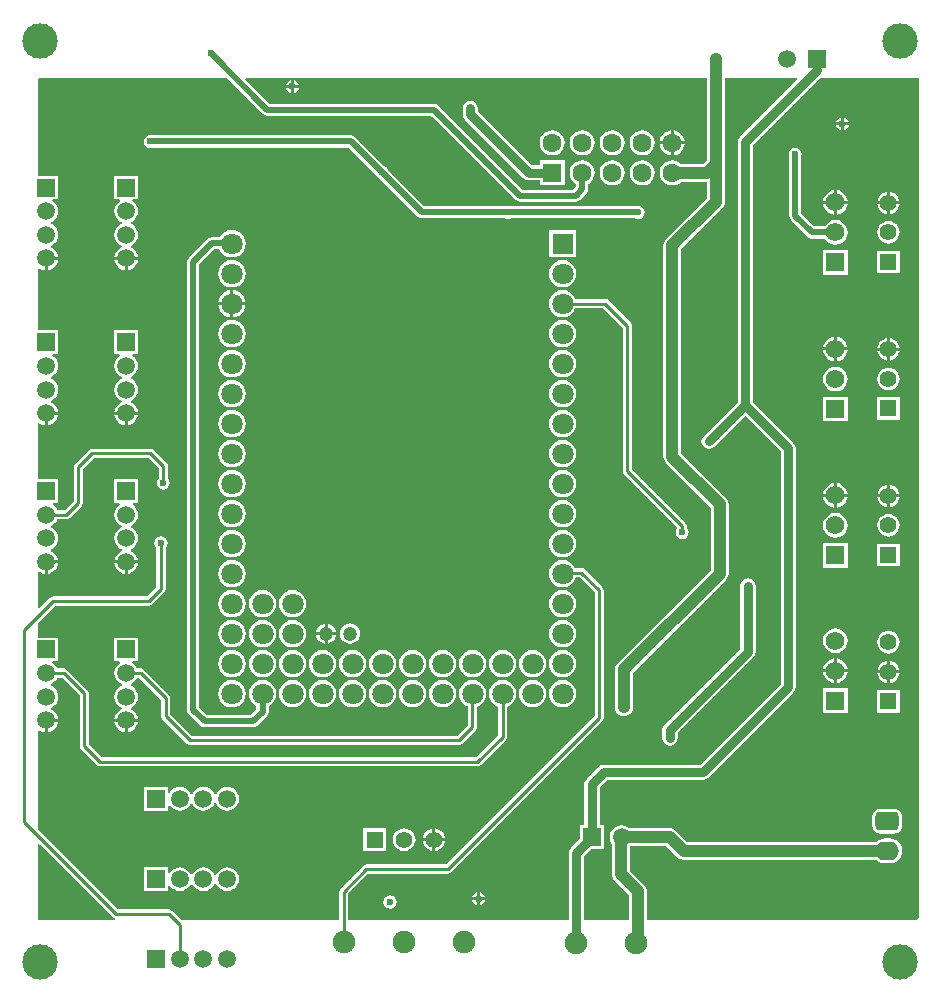
<source format=gbl>
G04*
G04 #@! TF.GenerationSoftware,Altium Limited,Altium Designer,20.1.8 (145)*
G04*
G04 Layer_Physical_Order=2*
G04 Layer_Color=16711680*
%FSLAX25Y25*%
%MOIN*%
G70*
G04*
G04 #@! TF.SameCoordinates,270EA023-51AB-43D7-A289-41EC75A4802A*
G04*
G04*
G04 #@! TF.FilePolarity,Positive*
G04*
G01*
G75*
%ADD38R,0.06181X0.06181*%
%ADD39C,0.06181*%
%ADD40R,0.05512X0.05512*%
%ADD41C,0.05512*%
%ADD50R,0.05512X0.05512*%
%ADD55C,0.01000*%
%ADD56C,0.01968*%
%ADD57C,0.03937*%
%ADD58C,0.02953*%
%ADD59R,0.05906X0.05906*%
%ADD60C,0.05906*%
%ADD61C,0.06299*%
%ADD62R,0.06299X0.06299*%
%ADD63R,0.05906X0.05906*%
%ADD64C,0.07480*%
G04:AMPARAMS|DCode=65|XSize=78.74mil|YSize=62.99mil|CornerRadius=15.75mil|HoleSize=0mil|Usage=FLASHONLY|Rotation=0.000|XOffset=0mil|YOffset=0mil|HoleType=Round|Shape=RoundedRectangle|*
%AMROUNDEDRECTD65*
21,1,0.07874,0.03150,0,0,0.0*
21,1,0.04724,0.06299,0,0,0.0*
1,1,0.03150,0.02362,-0.01575*
1,1,0.03150,-0.02362,-0.01575*
1,1,0.03150,-0.02362,0.01575*
1,1,0.03150,0.02362,0.01575*
%
%ADD65ROUNDEDRECTD65*%
%ADD66O,0.07874X0.06299*%
%ADD67R,0.07087X0.07087*%
%ADD68C,0.07087*%
%ADD69C,0.04724*%
%ADD70C,0.11811*%
%ADD71C,0.02362*%
G36*
X264117Y306231D02*
X244907Y287022D01*
X244360Y286203D01*
X244168Y285236D01*
Y198526D01*
X232860Y187218D01*
X232313Y186399D01*
X232121Y185433D01*
X232313Y184467D01*
X232860Y183648D01*
X233679Y183100D01*
X234646Y182908D01*
X235612Y183100D01*
X236431Y183648D01*
X246693Y193910D01*
X258499Y182104D01*
Y104589D01*
X231631Y77722D01*
X199606D01*
X198640Y77530D01*
X197821Y76982D01*
X193884Y73045D01*
X193337Y72226D01*
X193144Y71260D01*
Y57496D01*
X191717D01*
Y53161D01*
X188608Y50053D01*
X188061Y49234D01*
X187869Y48268D01*
Y25984D01*
X114487D01*
Y34765D01*
X121106Y41384D01*
X147638D01*
X148223Y41500D01*
X148719Y41832D01*
X199113Y92226D01*
X199444Y92722D01*
X199561Y93307D01*
Y135827D01*
X199444Y136412D01*
X199113Y136908D01*
X193207Y142814D01*
X192711Y143145D01*
X192126Y143262D01*
X189964D01*
X189795Y143669D01*
X189067Y144618D01*
X188118Y145346D01*
X187013Y145804D01*
X185827Y145960D01*
X184641Y145804D01*
X183536Y145346D01*
X182586Y144618D01*
X181858Y143669D01*
X181400Y142564D01*
X181244Y141378D01*
X181400Y140192D01*
X181858Y139087D01*
X182586Y138138D01*
X183536Y137409D01*
X184641Y136952D01*
X185827Y136795D01*
X187013Y136952D01*
X188118Y137409D01*
X189067Y138138D01*
X189795Y139087D01*
X190253Y140192D01*
X190255Y140203D01*
X191492D01*
X196502Y135193D01*
Y93941D01*
X147004Y44443D01*
X120472D01*
X119887Y44326D01*
X119391Y43995D01*
X111876Y36480D01*
X111545Y35984D01*
X111428Y35399D01*
Y25984D01*
X58856D01*
X55806Y29034D01*
X55310Y29366D01*
X54724Y29482D01*
X37641D01*
X11024Y56100D01*
Y89087D01*
X11472Y89308D01*
X11786Y89067D01*
X12748Y88669D01*
X13280Y88599D01*
Y92520D01*
X13780D01*
Y93020D01*
X17701D01*
X17630Y93552D01*
X17232Y94513D01*
X16599Y95339D01*
X15773Y95972D01*
X15257Y96186D01*
Y96727D01*
X15773Y96941D01*
X16599Y97575D01*
X17232Y98400D01*
X17630Y99362D01*
X17766Y100394D01*
X17630Y101426D01*
X17232Y102387D01*
X16599Y103213D01*
X15773Y103846D01*
X15257Y104060D01*
Y104601D01*
X15773Y104815D01*
X16599Y105449D01*
X17232Y106274D01*
X17424Y106738D01*
X19052D01*
X24849Y100941D01*
Y83858D01*
X24965Y83273D01*
X25297Y82777D01*
X30415Y77659D01*
X30911Y77327D01*
X31496Y77211D01*
X157480D01*
X158066Y77327D01*
X158562Y77659D01*
X166908Y86005D01*
X167240Y86501D01*
X167356Y87087D01*
Y97094D01*
X168118Y97409D01*
X169067Y98138D01*
X169795Y99087D01*
X170253Y100192D01*
X170409Y101378D01*
X170253Y102564D01*
X169795Y103669D01*
X169067Y104618D01*
X168118Y105347D01*
X167013Y105804D01*
X165827Y105961D01*
X164641Y105804D01*
X163535Y105347D01*
X162586Y104618D01*
X161858Y103669D01*
X161400Y102564D01*
X161244Y101378D01*
X161400Y100192D01*
X161858Y99087D01*
X162586Y98138D01*
X163535Y97409D01*
X164297Y97094D01*
Y87720D01*
X156847Y80270D01*
X32130D01*
X27907Y84492D01*
Y101575D01*
X27791Y102160D01*
X27459Y102656D01*
X20766Y109349D01*
X20270Y109681D01*
X19685Y109797D01*
X17424D01*
X17232Y110261D01*
X16599Y111087D01*
X15814Y111689D01*
X15813Y111745D01*
X16149Y112189D01*
X17732D01*
Y120095D01*
X11024D01*
Y125003D01*
X16775Y130754D01*
X48031D01*
X48617Y130870D01*
X49113Y131202D01*
X53050Y135139D01*
X53382Y135635D01*
X53498Y136221D01*
Y149973D01*
X53541Y150002D01*
X54023Y150724D01*
X54192Y151575D01*
X54023Y152426D01*
X53541Y153147D01*
X52820Y153629D01*
X51968Y153799D01*
X51117Y153629D01*
X50396Y153147D01*
X49914Y152426D01*
X49745Y151575D01*
X49914Y150724D01*
X50396Y150002D01*
X50439Y149973D01*
Y136854D01*
X47398Y133813D01*
X16142D01*
X15556Y133696D01*
X15060Y133365D01*
X11486Y129790D01*
X11024Y129982D01*
Y141843D01*
X11472Y142064D01*
X11786Y141823D01*
X12748Y141425D01*
X13280Y141355D01*
Y145276D01*
X13780D01*
Y145776D01*
X17701D01*
X17630Y146308D01*
X17232Y147269D01*
X16599Y148095D01*
X15773Y148728D01*
X15257Y148942D01*
Y149483D01*
X15773Y149697D01*
X16599Y150330D01*
X17232Y151156D01*
X17630Y152118D01*
X17766Y153150D01*
X17630Y154182D01*
X17232Y155143D01*
X16599Y155969D01*
X15773Y156602D01*
X15257Y156816D01*
Y157357D01*
X15773Y157571D01*
X16599Y158204D01*
X17232Y159030D01*
X17424Y159494D01*
X20472D01*
X21058Y159611D01*
X21554Y159942D01*
X25491Y163879D01*
X25822Y164375D01*
X25939Y164961D01*
Y176138D01*
X29767Y179967D01*
X47792D01*
X51227Y176532D01*
Y173255D01*
X51183Y173226D01*
X50701Y172505D01*
X50532Y171653D01*
X50701Y170802D01*
X51183Y170081D01*
X51905Y169599D01*
X52756Y169430D01*
X53607Y169599D01*
X54328Y170081D01*
X54811Y170802D01*
X54980Y171653D01*
X54811Y172505D01*
X54328Y173226D01*
X54285Y173255D01*
Y177165D01*
X54169Y177751D01*
X53837Y178247D01*
X49507Y182578D01*
X49011Y182909D01*
X48425Y183026D01*
X29134D01*
X28549Y182909D01*
X28052Y182578D01*
X23328Y177853D01*
X22997Y177357D01*
X22880Y176772D01*
Y165594D01*
X19839Y162553D01*
X17424D01*
X17232Y163017D01*
X16599Y163843D01*
X15814Y164445D01*
X15813Y164501D01*
X16149Y164945D01*
X17732D01*
Y172850D01*
X11024D01*
Y191449D01*
X11472Y191670D01*
X11786Y191429D01*
X12748Y191031D01*
X13280Y190961D01*
Y194882D01*
X13780D01*
Y195382D01*
X17701D01*
X17630Y195914D01*
X17232Y196875D01*
X16599Y197701D01*
X15773Y198335D01*
X15257Y198548D01*
Y199090D01*
X15773Y199303D01*
X16599Y199937D01*
X17232Y200763D01*
X17630Y201724D01*
X17766Y202756D01*
X17630Y203788D01*
X17232Y204749D01*
X16599Y205575D01*
X15773Y206209D01*
X15257Y206422D01*
Y206963D01*
X15773Y207177D01*
X16599Y207811D01*
X17232Y208636D01*
X17630Y209598D01*
X17766Y210630D01*
X17630Y211662D01*
X17232Y212623D01*
X16599Y213449D01*
X15814Y214051D01*
X15813Y214107D01*
X16149Y214551D01*
X17732D01*
Y222457D01*
X11024D01*
Y243024D01*
X11472Y243245D01*
X11786Y243004D01*
X12748Y242606D01*
X13280Y242536D01*
Y246457D01*
X13780D01*
Y246957D01*
X17701D01*
X17630Y247489D01*
X17232Y248450D01*
X16599Y249276D01*
X15773Y249909D01*
X15257Y250123D01*
Y250664D01*
X15773Y250878D01*
X16599Y251512D01*
X17232Y252337D01*
X17630Y253299D01*
X17766Y254331D01*
X17630Y255363D01*
X17232Y256324D01*
X16599Y257150D01*
X15773Y257783D01*
X15257Y257997D01*
Y258538D01*
X15773Y258752D01*
X16599Y259386D01*
X17232Y260211D01*
X17630Y261173D01*
X17766Y262205D01*
X17630Y263237D01*
X17232Y264198D01*
X16599Y265024D01*
X15814Y265626D01*
X15813Y265682D01*
X16149Y266126D01*
X17732D01*
Y274031D01*
X11024D01*
Y306299D01*
X11417Y306693D01*
X73910D01*
X85971Y294632D01*
X86627Y294194D01*
X87402Y294040D01*
X142075D01*
X170223Y265892D01*
X170879Y265454D01*
X171653Y265300D01*
X190157D01*
X190932Y265454D01*
X191588Y265892D01*
X193871Y268176D01*
X194310Y268832D01*
X194464Y269606D01*
Y271386D01*
X194534Y271415D01*
X195401Y272080D01*
X196066Y272947D01*
X196484Y273956D01*
X196626Y275039D01*
X196484Y276123D01*
X196066Y277132D01*
X195401Y277999D01*
X194534Y278664D01*
X193524Y279082D01*
X192441Y279225D01*
X191358Y279082D01*
X190348Y278664D01*
X189481Y277999D01*
X188816Y277132D01*
X188398Y276123D01*
X188256Y275039D01*
X188398Y273956D01*
X188816Y272947D01*
X189481Y272080D01*
X190348Y271415D01*
X190418Y271386D01*
Y270444D01*
X189320Y269346D01*
X172492D01*
X144344Y297494D01*
X143688Y297932D01*
X142913Y298086D01*
X88240D01*
X80095Y306231D01*
X80286Y306693D01*
X234014D01*
Y279193D01*
X232854Y278033D01*
X225355D01*
X224534Y278664D01*
X223524Y279082D01*
X222441Y279225D01*
X221358Y279082D01*
X220348Y278664D01*
X219481Y277999D01*
X218816Y277132D01*
X218398Y276123D01*
X218255Y275039D01*
X218398Y273956D01*
X218816Y272947D01*
X219481Y272080D01*
X220348Y271415D01*
X221358Y270997D01*
X222441Y270854D01*
X223524Y270997D01*
X224534Y271415D01*
X225355Y272045D01*
X234014D01*
Y266595D01*
X220324Y252905D01*
X219848Y252285D01*
X219549Y251562D01*
X219447Y250787D01*
Y180315D01*
X219549Y179540D01*
X219848Y178818D01*
X220324Y178198D01*
X235195Y163327D01*
Y142579D01*
X204182Y111566D01*
X203706Y110946D01*
X203407Y110224D01*
X203305Y109449D01*
Y96850D01*
X203407Y96075D01*
X203706Y95353D01*
X204182Y94733D01*
X204802Y94257D01*
X205524Y93958D01*
X206299Y93856D01*
X207074Y93958D01*
X207796Y94257D01*
X208416Y94733D01*
X208892Y95353D01*
X209191Y96075D01*
X209293Y96850D01*
Y108209D01*
X240306Y139221D01*
X240782Y139841D01*
X241081Y140564D01*
X241183Y141339D01*
Y164567D01*
X241081Y165342D01*
X240906Y165765D01*
X240782Y166064D01*
X240306Y166684D01*
X225435Y181555D01*
Y249547D01*
X239125Y263237D01*
X239601Y263857D01*
X239900Y264579D01*
X240002Y265354D01*
Y277953D01*
Y306693D01*
X263926D01*
X264117Y306231D01*
D02*
G37*
G36*
X304724Y26772D02*
X303937Y25984D01*
X214018D01*
Y35433D01*
X213916Y36208D01*
X213766Y36569D01*
X213617Y36930D01*
X213141Y37550D01*
X208309Y42382D01*
Y50549D01*
X220413D01*
X224064Y46899D01*
X224684Y46423D01*
X224983Y46299D01*
X225406Y46124D01*
X226181Y46022D01*
X290393D01*
X291214Y45391D01*
X292224Y44973D01*
X293307Y44830D01*
X294882D01*
X295965Y44973D01*
X296975Y45391D01*
X297841Y46056D01*
X298507Y46923D01*
X298925Y47932D01*
X299067Y49016D01*
X298925Y50099D01*
X298507Y51108D01*
X297841Y51975D01*
X296975Y52640D01*
X295965Y53059D01*
X294882Y53201D01*
X293307D01*
X292224Y53059D01*
X291214Y52640D01*
X290393Y52010D01*
X227421D01*
X223771Y55660D01*
X223151Y56136D01*
X222640Y56348D01*
X222428Y56435D01*
X221654Y56537D01*
X208103D01*
X207505Y56996D01*
X206544Y57394D01*
X205512Y57530D01*
X204480Y57394D01*
X203518Y56996D01*
X202693Y56362D01*
X202059Y55537D01*
X201661Y54575D01*
X201525Y53543D01*
X201661Y52511D01*
X202059Y51550D01*
X202321Y51209D01*
Y41142D01*
X202423Y40367D01*
X202510Y40155D01*
X202722Y39645D01*
X203198Y39025D01*
X208030Y34193D01*
Y25984D01*
X192919D01*
Y47222D01*
X195287Y49591D01*
X199622D01*
Y57496D01*
X198194D01*
Y70214D01*
X200652Y72672D01*
X232677D01*
X233643Y72864D01*
X234462Y73412D01*
X262809Y101758D01*
X263137Y102249D01*
X263356Y102577D01*
X263548Y103543D01*
Y183150D01*
X263356Y184116D01*
X262809Y184935D01*
X249218Y198526D01*
Y284190D01*
X271720Y306693D01*
X304724D01*
Y26772D01*
D02*
G37*
G36*
X35926Y26871D02*
X36423Y26540D01*
X36702Y26484D01*
X36653Y25984D01*
X11024D01*
Y51121D01*
X11486Y51312D01*
X35926Y26871D01*
D02*
G37*
%LPC*%
G36*
X96311Y305900D02*
Y304276D01*
X97935D01*
X97865Y304627D01*
X97383Y305348D01*
X96662Y305830D01*
X96311Y305900D01*
D02*
G37*
G36*
X95311D02*
X94960Y305830D01*
X94239Y305348D01*
X93756Y304627D01*
X93687Y304276D01*
X95311D01*
Y305900D01*
D02*
G37*
G36*
X97935Y303276D02*
X96311D01*
Y301651D01*
X96662Y301721D01*
X97383Y302203D01*
X97865Y302925D01*
X97935Y303276D01*
D02*
G37*
G36*
X95311D02*
X93687D01*
X93756Y302925D01*
X94239Y302203D01*
X94960Y301721D01*
X95311Y301651D01*
Y303276D01*
D02*
G37*
G36*
X222941Y289159D02*
Y285539D01*
X226560D01*
X226484Y286123D01*
X226066Y287132D01*
X225400Y287999D01*
X224534Y288664D01*
X223524Y289082D01*
X222941Y289159D01*
D02*
G37*
G36*
X221941D02*
X221358Y289082D01*
X220348Y288664D01*
X219481Y287999D01*
X218816Y287132D01*
X218398Y286123D01*
X218321Y285539D01*
X221941D01*
Y289159D01*
D02*
G37*
G36*
X226560Y284539D02*
X222941D01*
Y280920D01*
X223524Y280997D01*
X224534Y281415D01*
X225400Y282080D01*
X226066Y282947D01*
X226484Y283956D01*
X226560Y284539D01*
D02*
G37*
G36*
X221941D02*
X218321D01*
X218398Y283956D01*
X218816Y282947D01*
X219481Y282080D01*
X220348Y281415D01*
X221358Y280997D01*
X221941Y280920D01*
Y284539D01*
D02*
G37*
G36*
X212441Y289225D02*
X211358Y289082D01*
X210348Y288664D01*
X209481Y287999D01*
X208816Y287132D01*
X208398Y286123D01*
X208256Y285039D01*
X208398Y283956D01*
X208816Y282947D01*
X209481Y282080D01*
X210348Y281415D01*
X211358Y280997D01*
X212441Y280854D01*
X213524Y280997D01*
X214534Y281415D01*
X215401Y282080D01*
X216066Y282947D01*
X216484Y283956D01*
X216626Y285039D01*
X216484Y286123D01*
X216066Y287132D01*
X215401Y287999D01*
X214534Y288664D01*
X213524Y289082D01*
X212441Y289225D01*
D02*
G37*
G36*
X202441D02*
X201358Y289082D01*
X200348Y288664D01*
X199481Y287999D01*
X198816Y287132D01*
X198398Y286123D01*
X198256Y285039D01*
X198398Y283956D01*
X198816Y282947D01*
X199481Y282080D01*
X200348Y281415D01*
X201358Y280997D01*
X202441Y280854D01*
X203524Y280997D01*
X204534Y281415D01*
X205400Y282080D01*
X206066Y282947D01*
X206484Y283956D01*
X206626Y285039D01*
X206484Y286123D01*
X206066Y287132D01*
X205400Y287999D01*
X204534Y288664D01*
X203524Y289082D01*
X202441Y289225D01*
D02*
G37*
G36*
X192441D02*
X191358Y289082D01*
X190348Y288664D01*
X189481Y287999D01*
X188816Y287132D01*
X188398Y286123D01*
X188256Y285039D01*
X188398Y283956D01*
X188816Y282947D01*
X189481Y282080D01*
X190348Y281415D01*
X191358Y280997D01*
X192441Y280854D01*
X193524Y280997D01*
X194534Y281415D01*
X195401Y282080D01*
X196066Y282947D01*
X196484Y283956D01*
X196626Y285039D01*
X196484Y286123D01*
X196066Y287132D01*
X195401Y287999D01*
X194534Y288664D01*
X193524Y289082D01*
X192441Y289225D01*
D02*
G37*
G36*
X182441D02*
X181358Y289082D01*
X180348Y288664D01*
X179481Y287999D01*
X178816Y287132D01*
X178398Y286123D01*
X178255Y285039D01*
X178398Y283956D01*
X178816Y282947D01*
X179481Y282080D01*
X180348Y281415D01*
X181358Y280997D01*
X182441Y280854D01*
X183524Y280997D01*
X184534Y281415D01*
X185400Y282080D01*
X186066Y282947D01*
X186484Y283956D01*
X186626Y285039D01*
X186484Y286123D01*
X186066Y287132D01*
X185400Y287999D01*
X184534Y288664D01*
X183524Y289082D01*
X182441Y289225D01*
D02*
G37*
G36*
X155118Y298982D02*
X154152Y298789D01*
X153333Y298242D01*
X152785Y297423D01*
X152593Y296457D01*
Y294488D01*
X152785Y293522D01*
X153333Y292703D01*
X157073Y288963D01*
X172782Y273254D01*
X173601Y272707D01*
X174567Y272515D01*
X178291D01*
Y270890D01*
X186591D01*
Y279189D01*
X178291D01*
Y277564D01*
X175613D01*
X160644Y292533D01*
X160644Y292533D01*
X157643Y295534D01*
Y296457D01*
X157451Y297423D01*
X156904Y298242D01*
X156084Y298789D01*
X155118Y298982D01*
D02*
G37*
G36*
X212441Y279225D02*
X211358Y279082D01*
X210348Y278664D01*
X209481Y277999D01*
X208816Y277132D01*
X208398Y276123D01*
X208256Y275039D01*
X208398Y273956D01*
X208816Y272947D01*
X209481Y272080D01*
X210348Y271415D01*
X211358Y270997D01*
X212441Y270854D01*
X213524Y270997D01*
X214534Y271415D01*
X215401Y272080D01*
X216066Y272947D01*
X216484Y273956D01*
X216626Y275039D01*
X216484Y276123D01*
X216066Y277132D01*
X215401Y277999D01*
X214534Y278664D01*
X213524Y279082D01*
X212441Y279225D01*
D02*
G37*
G36*
X202441D02*
X201358Y279082D01*
X200348Y278664D01*
X199481Y277999D01*
X198816Y277132D01*
X198398Y276123D01*
X198256Y275039D01*
X198398Y273956D01*
X198816Y272947D01*
X199481Y272080D01*
X200348Y271415D01*
X201358Y270997D01*
X202441Y270854D01*
X203524Y270997D01*
X204534Y271415D01*
X205400Y272080D01*
X206066Y272947D01*
X206484Y273956D01*
X206626Y275039D01*
X206484Y276123D01*
X206066Y277132D01*
X205400Y277999D01*
X204534Y278664D01*
X203524Y279082D01*
X202441Y279225D01*
D02*
G37*
G36*
X48425Y287657D02*
X47574Y287488D01*
X46853Y287006D01*
X46371Y286284D01*
X46201Y285433D01*
X46371Y284582D01*
X46853Y283861D01*
X47574Y283379D01*
X48425Y283209D01*
X49276Y283379D01*
X49323Y283410D01*
X114516D01*
X123525Y274401D01*
X123536Y274346D01*
X124018Y273624D01*
X124740Y273142D01*
X124795Y273131D01*
X137546Y260381D01*
X138202Y259942D01*
X138976Y259788D01*
X166818D01*
X166866Y259756D01*
X167717Y259587D01*
X168568Y259756D01*
X168615Y259788D01*
X210126D01*
X210173Y259756D01*
X211024Y259587D01*
X211875Y259756D01*
X212596Y260239D01*
X213078Y260960D01*
X213247Y261811D01*
X213078Y262662D01*
X212596Y263384D01*
X211875Y263866D01*
X211024Y264035D01*
X210173Y263866D01*
X210126Y263834D01*
X168615D01*
X168568Y263866D01*
X167717Y264035D01*
X166866Y263866D01*
X166818Y263834D01*
X139814D01*
X127656Y275992D01*
X127645Y276048D01*
X127163Y276769D01*
X126442Y277251D01*
X126386Y277262D01*
X116785Y286864D01*
X116129Y287302D01*
X115354Y287456D01*
X49323D01*
X49276Y287488D01*
X48425Y287657D01*
D02*
G37*
G36*
X44307Y274031D02*
X36402D01*
Y266126D01*
X37985D01*
X38320Y265682D01*
X38320Y265626D01*
X37535Y265024D01*
X36902Y264198D01*
X36503Y263237D01*
X36367Y262205D01*
X36503Y261173D01*
X36902Y260211D01*
X37535Y259386D01*
X38361Y258752D01*
X38877Y258538D01*
Y257997D01*
X38361Y257783D01*
X37535Y257150D01*
X36902Y256324D01*
X36503Y255363D01*
X36367Y254331D01*
X36503Y253299D01*
X36902Y252337D01*
X37535Y251512D01*
X38361Y250878D01*
X38877Y250664D01*
Y250123D01*
X38361Y249909D01*
X37535Y249276D01*
X36902Y248450D01*
X36503Y247489D01*
X36433Y246957D01*
X40354D01*
X44275D01*
X44205Y247489D01*
X43807Y248450D01*
X43174Y249276D01*
X42348Y249909D01*
X41832Y250123D01*
Y250664D01*
X42348Y250878D01*
X43174Y251512D01*
X43807Y252337D01*
X44205Y253299D01*
X44341Y254331D01*
X44205Y255363D01*
X43807Y256324D01*
X43174Y257150D01*
X42348Y257783D01*
X41832Y257997D01*
Y258538D01*
X42348Y258752D01*
X43174Y259386D01*
X43807Y260211D01*
X44205Y261173D01*
X44341Y262205D01*
X44205Y263237D01*
X43807Y264198D01*
X43174Y265024D01*
X42389Y265626D01*
X42388Y265682D01*
X42724Y266126D01*
X44307D01*
Y274031D01*
D02*
G37*
G36*
X190370Y255921D02*
X181283D01*
Y246835D01*
X190370D01*
Y255921D01*
D02*
G37*
G36*
X75590Y255960D02*
X74405Y255804D01*
X73299Y255346D01*
X72350Y254618D01*
X71622Y253669D01*
X71584Y253577D01*
X68877D01*
X68103Y253423D01*
X67447Y252985D01*
X61168Y246706D01*
X60729Y246050D01*
X60575Y245276D01*
Y96063D01*
X60729Y95289D01*
X61168Y94632D01*
X65105Y90695D01*
X65761Y90257D01*
X66535Y90103D01*
X82677D01*
X83451Y90257D01*
X84108Y90695D01*
X87257Y93845D01*
X87696Y94501D01*
X87850Y95276D01*
Y97298D01*
X88118Y97409D01*
X89067Y98138D01*
X89795Y99087D01*
X90253Y100192D01*
X90409Y101378D01*
X90253Y102564D01*
X89795Y103669D01*
X89067Y104618D01*
X88118Y105347D01*
X87013Y105804D01*
X85827Y105961D01*
X84641Y105804D01*
X83535Y105347D01*
X82586Y104618D01*
X81858Y103669D01*
X81400Y102564D01*
X81244Y101378D01*
X81400Y100192D01*
X81858Y99087D01*
X82586Y98138D01*
X83535Y97409D01*
X83804Y97298D01*
Y96114D01*
X81839Y94149D01*
X67373D01*
X64622Y96901D01*
Y244438D01*
X69715Y249531D01*
X71438D01*
X71622Y249087D01*
X72350Y248138D01*
X73299Y247409D01*
X74405Y246952D01*
X75590Y246796D01*
X76777Y246952D01*
X77882Y247409D01*
X78831Y248138D01*
X79559Y249087D01*
X80017Y250192D01*
X80173Y251378D01*
X80017Y252564D01*
X79559Y253669D01*
X78831Y254618D01*
X77882Y255346D01*
X76777Y255804D01*
X75590Y255960D01*
D02*
G37*
G36*
X44275Y245957D02*
X40854D01*
Y242536D01*
X41386Y242606D01*
X42348Y243004D01*
X43174Y243638D01*
X43807Y244463D01*
X44205Y245425D01*
X44275Y245957D01*
D02*
G37*
G36*
X17701D02*
X14280D01*
Y242536D01*
X14811Y242606D01*
X15773Y243004D01*
X16599Y243638D01*
X17232Y244463D01*
X17630Y245425D01*
X17701Y245957D01*
D02*
G37*
G36*
X39854D02*
X36433D01*
X36503Y245425D01*
X36902Y244463D01*
X37535Y243638D01*
X38361Y243004D01*
X39323Y242606D01*
X39854Y242536D01*
Y245957D01*
D02*
G37*
G36*
X185827Y245960D02*
X184641Y245804D01*
X183536Y245346D01*
X182586Y244618D01*
X181858Y243669D01*
X181400Y242564D01*
X181244Y241378D01*
X181400Y240192D01*
X181858Y239087D01*
X182586Y238138D01*
X183536Y237409D01*
X184641Y236952D01*
X185827Y236795D01*
X187013Y236952D01*
X188118Y237409D01*
X189067Y238138D01*
X189795Y239087D01*
X190253Y240192D01*
X190409Y241378D01*
X190253Y242564D01*
X189795Y243669D01*
X189067Y244618D01*
X188118Y245346D01*
X187013Y245804D01*
X185827Y245960D01*
D02*
G37*
G36*
X75590D02*
X74405Y245804D01*
X73299Y245346D01*
X72350Y244618D01*
X71622Y243669D01*
X71164Y242564D01*
X71008Y241378D01*
X71164Y240192D01*
X71622Y239087D01*
X72350Y238138D01*
X73299Y237409D01*
X74405Y236952D01*
X75590Y236795D01*
X76777Y236952D01*
X77882Y237409D01*
X78831Y238138D01*
X79559Y239087D01*
X80017Y240192D01*
X80173Y241378D01*
X80017Y242564D01*
X79559Y243669D01*
X78831Y244618D01*
X77882Y245346D01*
X76777Y245804D01*
X75590Y245960D01*
D02*
G37*
G36*
X76091Y235895D02*
Y231878D01*
X80107D01*
X80017Y232564D01*
X79559Y233669D01*
X78831Y234618D01*
X77882Y235347D01*
X76777Y235804D01*
X76091Y235895D01*
D02*
G37*
G36*
X75091Y235895D02*
X74405Y235804D01*
X73299Y235347D01*
X72350Y234618D01*
X71622Y233669D01*
X71164Y232564D01*
X71074Y231878D01*
X75091D01*
Y235895D01*
D02*
G37*
G36*
X80107Y230878D02*
X76091D01*
Y226861D01*
X76777Y226952D01*
X77882Y227409D01*
X78831Y228138D01*
X79559Y229087D01*
X80017Y230192D01*
X80107Y230878D01*
D02*
G37*
G36*
X75091D02*
X71074D01*
X71164Y230192D01*
X71622Y229087D01*
X72350Y228138D01*
X73299Y227409D01*
X74405Y226952D01*
X75091Y226861D01*
Y230878D01*
D02*
G37*
G36*
X185827Y225960D02*
X184641Y225804D01*
X183536Y225346D01*
X182586Y224618D01*
X181858Y223669D01*
X181400Y222564D01*
X181244Y221378D01*
X181400Y220192D01*
X181858Y219087D01*
X182586Y218138D01*
X183536Y217409D01*
X184641Y216952D01*
X185827Y216795D01*
X187013Y216952D01*
X188118Y217409D01*
X189067Y218138D01*
X189795Y219087D01*
X190253Y220192D01*
X190409Y221378D01*
X190253Y222564D01*
X189795Y223669D01*
X189067Y224618D01*
X188118Y225346D01*
X187013Y225804D01*
X185827Y225960D01*
D02*
G37*
G36*
X75590D02*
X74405Y225804D01*
X73299Y225346D01*
X72350Y224618D01*
X71622Y223669D01*
X71164Y222564D01*
X71008Y221378D01*
X71164Y220192D01*
X71622Y219087D01*
X72350Y218138D01*
X73299Y217409D01*
X74405Y216952D01*
X75590Y216795D01*
X76777Y216952D01*
X77882Y217409D01*
X78831Y218138D01*
X79559Y219087D01*
X80017Y220192D01*
X80173Y221378D01*
X80017Y222564D01*
X79559Y223669D01*
X78831Y224618D01*
X77882Y225346D01*
X76777Y225804D01*
X75590Y225960D01*
D02*
G37*
G36*
X185827Y215961D02*
X184641Y215804D01*
X183536Y215347D01*
X182586Y214618D01*
X181858Y213669D01*
X181400Y212564D01*
X181244Y211378D01*
X181400Y210192D01*
X181858Y209087D01*
X182586Y208138D01*
X183536Y207409D01*
X184641Y206952D01*
X185827Y206796D01*
X187013Y206952D01*
X188118Y207409D01*
X189067Y208138D01*
X189795Y209087D01*
X190253Y210192D01*
X190409Y211378D01*
X190253Y212564D01*
X189795Y213669D01*
X189067Y214618D01*
X188118Y215347D01*
X187013Y215804D01*
X185827Y215961D01*
D02*
G37*
G36*
X75590D02*
X74405Y215804D01*
X73299Y215347D01*
X72350Y214618D01*
X71622Y213669D01*
X71164Y212564D01*
X71008Y211378D01*
X71164Y210192D01*
X71622Y209087D01*
X72350Y208138D01*
X73299Y207409D01*
X74405Y206952D01*
X75590Y206796D01*
X76777Y206952D01*
X77882Y207409D01*
X78831Y208138D01*
X79559Y209087D01*
X80017Y210192D01*
X80173Y211378D01*
X80017Y212564D01*
X79559Y213669D01*
X78831Y214618D01*
X77882Y215347D01*
X76777Y215804D01*
X75590Y215961D01*
D02*
G37*
G36*
X185827Y205960D02*
X184641Y205804D01*
X183536Y205346D01*
X182586Y204618D01*
X181858Y203669D01*
X181400Y202564D01*
X181244Y201378D01*
X181400Y200192D01*
X181858Y199087D01*
X182586Y198138D01*
X183536Y197409D01*
X184641Y196952D01*
X185827Y196795D01*
X187013Y196952D01*
X188118Y197409D01*
X189067Y198138D01*
X189795Y199087D01*
X190253Y200192D01*
X190409Y201378D01*
X190253Y202564D01*
X189795Y203669D01*
X189067Y204618D01*
X188118Y205346D01*
X187013Y205804D01*
X185827Y205960D01*
D02*
G37*
G36*
X75590D02*
X74405Y205804D01*
X73299Y205346D01*
X72350Y204618D01*
X71622Y203669D01*
X71164Y202564D01*
X71008Y201378D01*
X71164Y200192D01*
X71622Y199087D01*
X72350Y198138D01*
X73299Y197409D01*
X74405Y196952D01*
X75590Y196795D01*
X76777Y196952D01*
X77882Y197409D01*
X78831Y198138D01*
X79559Y199087D01*
X80017Y200192D01*
X80173Y201378D01*
X80017Y202564D01*
X79559Y203669D01*
X78831Y204618D01*
X77882Y205346D01*
X76777Y205804D01*
X75590Y205960D01*
D02*
G37*
G36*
X44307Y222457D02*
X36402D01*
Y214551D01*
X37985D01*
X38320Y214107D01*
X38320Y214051D01*
X37535Y213449D01*
X36902Y212623D01*
X36503Y211662D01*
X36367Y210630D01*
X36503Y209598D01*
X36902Y208636D01*
X37535Y207811D01*
X38361Y207177D01*
X38877Y206963D01*
Y206422D01*
X38361Y206209D01*
X37535Y205575D01*
X36902Y204749D01*
X36503Y203788D01*
X36367Y202756D01*
X36503Y201724D01*
X36902Y200763D01*
X37535Y199937D01*
X38361Y199303D01*
X38877Y199090D01*
Y198548D01*
X38361Y198335D01*
X37535Y197701D01*
X36902Y196875D01*
X36503Y195914D01*
X36433Y195382D01*
X40354D01*
X44275D01*
X44205Y195914D01*
X43807Y196875D01*
X43174Y197701D01*
X42348Y198335D01*
X41832Y198548D01*
Y199090D01*
X42348Y199303D01*
X43174Y199937D01*
X43807Y200763D01*
X44205Y201724D01*
X44341Y202756D01*
X44205Y203788D01*
X43807Y204749D01*
X43174Y205575D01*
X42348Y206209D01*
X41832Y206422D01*
Y206963D01*
X42348Y207177D01*
X43174Y207811D01*
X43807Y208636D01*
X44205Y209598D01*
X44341Y210630D01*
X44205Y211662D01*
X43807Y212623D01*
X43174Y213449D01*
X42389Y214051D01*
X42388Y214107D01*
X42724Y214551D01*
X44307D01*
Y222457D01*
D02*
G37*
G36*
X44275Y194382D02*
X40854D01*
Y190961D01*
X41386Y191031D01*
X42348Y191429D01*
X43174Y192063D01*
X43807Y192888D01*
X44205Y193850D01*
X44275Y194382D01*
D02*
G37*
G36*
X17701D02*
X14279D01*
Y190961D01*
X14811Y191031D01*
X15773Y191429D01*
X16599Y192063D01*
X17232Y192888D01*
X17630Y193850D01*
X17701Y194382D01*
D02*
G37*
G36*
X39854D02*
X36433D01*
X36503Y193850D01*
X36902Y192888D01*
X37535Y192063D01*
X38361Y191429D01*
X39322Y191031D01*
X39854Y190961D01*
Y194382D01*
D02*
G37*
G36*
X185827Y195960D02*
X184641Y195804D01*
X183536Y195346D01*
X182586Y194618D01*
X181858Y193669D01*
X181400Y192564D01*
X181244Y191378D01*
X181400Y190192D01*
X181858Y189087D01*
X182586Y188138D01*
X183536Y187409D01*
X184641Y186952D01*
X185827Y186795D01*
X187013Y186952D01*
X188118Y187409D01*
X189067Y188138D01*
X189795Y189087D01*
X190253Y190192D01*
X190409Y191378D01*
X190253Y192564D01*
X189795Y193669D01*
X189067Y194618D01*
X188118Y195346D01*
X187013Y195804D01*
X185827Y195960D01*
D02*
G37*
G36*
X75590D02*
X74405Y195804D01*
X73299Y195346D01*
X72350Y194618D01*
X71622Y193669D01*
X71164Y192564D01*
X71008Y191378D01*
X71164Y190192D01*
X71622Y189087D01*
X72350Y188138D01*
X73299Y187409D01*
X74405Y186952D01*
X75590Y186795D01*
X76777Y186952D01*
X77882Y187409D01*
X78831Y188138D01*
X79559Y189087D01*
X80017Y190192D01*
X80173Y191378D01*
X80017Y192564D01*
X79559Y193669D01*
X78831Y194618D01*
X77882Y195346D01*
X76777Y195804D01*
X75590Y195960D01*
D02*
G37*
G36*
X185827Y185960D02*
X184641Y185804D01*
X183536Y185346D01*
X182586Y184618D01*
X181858Y183669D01*
X181400Y182564D01*
X181244Y181378D01*
X181400Y180192D01*
X181858Y179087D01*
X182586Y178138D01*
X183536Y177409D01*
X184641Y176952D01*
X185827Y176795D01*
X187013Y176952D01*
X188118Y177409D01*
X189067Y178138D01*
X189795Y179087D01*
X190253Y180192D01*
X190409Y181378D01*
X190253Y182564D01*
X189795Y183669D01*
X189067Y184618D01*
X188118Y185346D01*
X187013Y185804D01*
X185827Y185960D01*
D02*
G37*
G36*
X75590D02*
X74405Y185804D01*
X73299Y185346D01*
X72350Y184618D01*
X71622Y183669D01*
X71164Y182564D01*
X71008Y181378D01*
X71164Y180192D01*
X71622Y179087D01*
X72350Y178138D01*
X73299Y177409D01*
X74405Y176952D01*
X75590Y176795D01*
X76777Y176952D01*
X77882Y177409D01*
X78831Y178138D01*
X79559Y179087D01*
X80017Y180192D01*
X80173Y181378D01*
X80017Y182564D01*
X79559Y183669D01*
X78831Y184618D01*
X77882Y185346D01*
X76777Y185804D01*
X75590Y185960D01*
D02*
G37*
G36*
X185827Y175961D02*
X184641Y175804D01*
X183536Y175347D01*
X182586Y174618D01*
X181858Y173669D01*
X181400Y172564D01*
X181244Y171378D01*
X181400Y170192D01*
X181858Y169087D01*
X182586Y168138D01*
X183536Y167409D01*
X184641Y166952D01*
X185827Y166796D01*
X187013Y166952D01*
X188118Y167409D01*
X189067Y168138D01*
X189795Y169087D01*
X190253Y170192D01*
X190409Y171378D01*
X190253Y172564D01*
X189795Y173669D01*
X189067Y174618D01*
X188118Y175347D01*
X187013Y175804D01*
X185827Y175961D01*
D02*
G37*
G36*
X75590D02*
X74405Y175804D01*
X73299Y175347D01*
X72350Y174618D01*
X71622Y173669D01*
X71164Y172564D01*
X71008Y171378D01*
X71164Y170192D01*
X71622Y169087D01*
X72350Y168138D01*
X73299Y167409D01*
X74405Y166952D01*
X75590Y166796D01*
X76777Y166952D01*
X77882Y167409D01*
X78831Y168138D01*
X79559Y169087D01*
X80017Y170192D01*
X80173Y171378D01*
X80017Y172564D01*
X79559Y173669D01*
X78831Y174618D01*
X77882Y175347D01*
X76777Y175804D01*
X75590Y175961D01*
D02*
G37*
G36*
X185827Y165961D02*
X184641Y165804D01*
X183536Y165347D01*
X182586Y164618D01*
X181858Y163669D01*
X181400Y162564D01*
X181244Y161378D01*
X181400Y160192D01*
X181858Y159087D01*
X182586Y158138D01*
X183536Y157409D01*
X184641Y156952D01*
X185827Y156796D01*
X187013Y156952D01*
X188118Y157409D01*
X189067Y158138D01*
X189795Y159087D01*
X190253Y160192D01*
X190409Y161378D01*
X190253Y162564D01*
X189795Y163669D01*
X189067Y164618D01*
X188118Y165347D01*
X187013Y165804D01*
X185827Y165961D01*
D02*
G37*
G36*
X75590D02*
X74405Y165804D01*
X73299Y165347D01*
X72350Y164618D01*
X71622Y163669D01*
X71164Y162564D01*
X71008Y161378D01*
X71164Y160192D01*
X71622Y159087D01*
X72350Y158138D01*
X73299Y157409D01*
X74405Y156952D01*
X75590Y156796D01*
X76777Y156952D01*
X77882Y157409D01*
X78831Y158138D01*
X79559Y159087D01*
X80017Y160192D01*
X80173Y161378D01*
X80017Y162564D01*
X79559Y163669D01*
X78831Y164618D01*
X77882Y165347D01*
X76777Y165804D01*
X75590Y165961D01*
D02*
G37*
G36*
X185827Y235961D02*
X184641Y235804D01*
X183536Y235347D01*
X182586Y234618D01*
X181858Y233669D01*
X181400Y232564D01*
X181244Y231378D01*
X181400Y230192D01*
X181858Y229087D01*
X182586Y228138D01*
X183536Y227409D01*
X184641Y226952D01*
X185827Y226796D01*
X187013Y226952D01*
X188118Y227409D01*
X189067Y228138D01*
X189795Y229087D01*
X190111Y229849D01*
X199485D01*
X205951Y223382D01*
Y175591D01*
X206067Y175005D01*
X206399Y174509D01*
X224162Y156746D01*
X224156Y156691D01*
X223674Y155969D01*
X223505Y155118D01*
X223674Y154267D01*
X224156Y153546D01*
X224878Y153064D01*
X225729Y152894D01*
X226580Y153064D01*
X227301Y153546D01*
X227783Y154267D01*
X227953Y155118D01*
X227783Y155969D01*
X227301Y156691D01*
X227258Y156719D01*
Y157342D01*
X227142Y157927D01*
X226810Y158423D01*
X209010Y176224D01*
Y224016D01*
X208893Y224601D01*
X208562Y225097D01*
X201200Y232459D01*
X200703Y232791D01*
X200118Y232907D01*
X190111D01*
X189795Y233669D01*
X189067Y234618D01*
X188118Y235347D01*
X187013Y235804D01*
X185827Y235961D01*
D02*
G37*
G36*
Y155961D02*
X184641Y155804D01*
X183536Y155347D01*
X182586Y154618D01*
X181858Y153669D01*
X181400Y152564D01*
X181244Y151378D01*
X181400Y150192D01*
X181858Y149087D01*
X182586Y148138D01*
X183536Y147409D01*
X184641Y146952D01*
X185827Y146795D01*
X187013Y146952D01*
X188118Y147409D01*
X189067Y148138D01*
X189795Y149087D01*
X190253Y150192D01*
X190409Y151378D01*
X190253Y152564D01*
X189795Y153669D01*
X189067Y154618D01*
X188118Y155347D01*
X187013Y155804D01*
X185827Y155961D01*
D02*
G37*
G36*
X75590D02*
X74405Y155804D01*
X73299Y155347D01*
X72350Y154618D01*
X71622Y153669D01*
X71164Y152564D01*
X71008Y151378D01*
X71164Y150192D01*
X71622Y149087D01*
X72350Y148138D01*
X73299Y147409D01*
X74405Y146952D01*
X75590Y146795D01*
X76777Y146952D01*
X77882Y147409D01*
X78831Y148138D01*
X79559Y149087D01*
X80017Y150192D01*
X80173Y151378D01*
X80017Y152564D01*
X79559Y153669D01*
X78831Y154618D01*
X77882Y155347D01*
X76777Y155804D01*
X75590Y155961D01*
D02*
G37*
G36*
X44307Y172850D02*
X36402D01*
Y164945D01*
X37985D01*
X38320Y164501D01*
X38320Y164445D01*
X37535Y163843D01*
X36902Y163017D01*
X36503Y162056D01*
X36367Y161024D01*
X36503Y159992D01*
X36902Y159030D01*
X37535Y158204D01*
X38361Y157571D01*
X38877Y157357D01*
Y156816D01*
X38361Y156602D01*
X37535Y155969D01*
X36902Y155143D01*
X36503Y154182D01*
X36367Y153150D01*
X36503Y152118D01*
X36902Y151156D01*
X37535Y150330D01*
X38361Y149697D01*
X38877Y149483D01*
Y148942D01*
X38361Y148728D01*
X37535Y148095D01*
X36902Y147269D01*
X36503Y146308D01*
X36433Y145776D01*
X40354D01*
X44275D01*
X44205Y146308D01*
X43807Y147269D01*
X43174Y148095D01*
X42348Y148728D01*
X41832Y148942D01*
Y149483D01*
X42348Y149697D01*
X43174Y150330D01*
X43807Y151156D01*
X44205Y152118D01*
X44341Y153150D01*
X44205Y154182D01*
X43807Y155143D01*
X43174Y155969D01*
X42348Y156602D01*
X41832Y156816D01*
Y157357D01*
X42348Y157571D01*
X43174Y158204D01*
X43807Y159030D01*
X44205Y159992D01*
X44341Y161024D01*
X44205Y162056D01*
X43807Y163017D01*
X43174Y163843D01*
X42389Y164445D01*
X42388Y164501D01*
X42724Y164945D01*
X44307D01*
Y172850D01*
D02*
G37*
G36*
X44275Y144776D02*
X40854D01*
Y141355D01*
X41386Y141425D01*
X42348Y141823D01*
X43174Y142456D01*
X43807Y143282D01*
X44205Y144244D01*
X44275Y144776D01*
D02*
G37*
G36*
X17701D02*
X14279D01*
Y141355D01*
X14811Y141425D01*
X15773Y141823D01*
X16599Y142456D01*
X17232Y143282D01*
X17630Y144244D01*
X17701Y144776D01*
D02*
G37*
G36*
X39854D02*
X36433D01*
X36503Y144244D01*
X36902Y143282D01*
X37535Y142456D01*
X38361Y141823D01*
X39322Y141425D01*
X39854Y141355D01*
Y144776D01*
D02*
G37*
G36*
X75590Y145960D02*
X74405Y145804D01*
X73299Y145346D01*
X72350Y144618D01*
X71622Y143669D01*
X71164Y142564D01*
X71008Y141378D01*
X71164Y140192D01*
X71622Y139087D01*
X72350Y138138D01*
X73299Y137409D01*
X74405Y136952D01*
X75590Y136795D01*
X76777Y136952D01*
X77882Y137409D01*
X78831Y138138D01*
X79559Y139087D01*
X80017Y140192D01*
X80173Y141378D01*
X80017Y142564D01*
X79559Y143669D01*
X78831Y144618D01*
X77882Y145346D01*
X76777Y145804D01*
X75590Y145960D01*
D02*
G37*
G36*
X185827Y135960D02*
X184641Y135804D01*
X183536Y135346D01*
X182586Y134618D01*
X181858Y133669D01*
X181400Y132564D01*
X181244Y131378D01*
X181400Y130192D01*
X181858Y129087D01*
X182586Y128138D01*
X183536Y127409D01*
X184641Y126952D01*
X185827Y126795D01*
X187013Y126952D01*
X188118Y127409D01*
X189067Y128138D01*
X189795Y129087D01*
X190253Y130192D01*
X190409Y131378D01*
X190253Y132564D01*
X189795Y133669D01*
X189067Y134618D01*
X188118Y135346D01*
X187013Y135804D01*
X185827Y135960D01*
D02*
G37*
G36*
X95827D02*
X94641Y135804D01*
X93536Y135346D01*
X92586Y134618D01*
X91858Y133669D01*
X91400Y132564D01*
X91244Y131378D01*
X91400Y130192D01*
X91858Y129087D01*
X92586Y128138D01*
X93536Y127409D01*
X94641Y126952D01*
X95827Y126795D01*
X97013Y126952D01*
X98118Y127409D01*
X99067Y128138D01*
X99795Y129087D01*
X100253Y130192D01*
X100409Y131378D01*
X100253Y132564D01*
X99795Y133669D01*
X99067Y134618D01*
X98118Y135346D01*
X97013Y135804D01*
X95827Y135960D01*
D02*
G37*
G36*
X85827D02*
X84641Y135804D01*
X83535Y135346D01*
X82586Y134618D01*
X81858Y133669D01*
X81400Y132564D01*
X81244Y131378D01*
X81400Y130192D01*
X81858Y129087D01*
X82586Y128138D01*
X83535Y127409D01*
X84641Y126952D01*
X85827Y126795D01*
X87013Y126952D01*
X88118Y127409D01*
X89067Y128138D01*
X89795Y129087D01*
X90253Y130192D01*
X90409Y131378D01*
X90253Y132564D01*
X89795Y133669D01*
X89067Y134618D01*
X88118Y135346D01*
X87013Y135804D01*
X85827Y135960D01*
D02*
G37*
G36*
X75590D02*
X74405Y135804D01*
X73299Y135346D01*
X72350Y134618D01*
X71622Y133669D01*
X71164Y132564D01*
X71008Y131378D01*
X71164Y130192D01*
X71622Y129087D01*
X72350Y128138D01*
X73299Y127409D01*
X74405Y126952D01*
X75590Y126795D01*
X76777Y126952D01*
X77882Y127409D01*
X78831Y128138D01*
X79559Y129087D01*
X80017Y130192D01*
X80173Y131378D01*
X80017Y132564D01*
X79559Y133669D01*
X78831Y134618D01*
X77882Y135346D01*
X76777Y135804D01*
X75590Y135960D01*
D02*
G37*
G36*
X107587Y124703D02*
Y121878D01*
X110412D01*
X110362Y122256D01*
X110023Y123074D01*
X109485Y123776D01*
X108782Y124315D01*
X107964Y124654D01*
X107587Y124703D01*
D02*
G37*
G36*
X106587Y124703D02*
X106209Y124654D01*
X105391Y124315D01*
X104689Y123776D01*
X104150Y123074D01*
X103811Y122256D01*
X103761Y121878D01*
X106587D01*
Y124703D01*
D02*
G37*
G36*
Y120878D02*
X103761D01*
X103811Y120500D01*
X104150Y119682D01*
X104689Y118980D01*
X105391Y118441D01*
X106209Y118102D01*
X106587Y118053D01*
Y120878D01*
D02*
G37*
G36*
X110412D02*
X107587D01*
Y118053D01*
X107964Y118102D01*
X108782Y118441D01*
X109485Y118980D01*
X110023Y119682D01*
X110362Y120500D01*
X110412Y120878D01*
D02*
G37*
G36*
X114961Y124769D02*
X114083Y124654D01*
X113265Y124315D01*
X112563Y123776D01*
X112024Y123074D01*
X111685Y122256D01*
X111569Y121378D01*
X111685Y120500D01*
X112024Y119682D01*
X112563Y118980D01*
X113265Y118441D01*
X114083Y118102D01*
X114961Y117987D01*
X115838Y118102D01*
X116656Y118441D01*
X117359Y118980D01*
X117897Y119682D01*
X118236Y120500D01*
X118352Y121378D01*
X118236Y122256D01*
X117897Y123074D01*
X117359Y123776D01*
X116656Y124315D01*
X115838Y124654D01*
X114961Y124769D01*
D02*
G37*
G36*
X185827Y125961D02*
X184641Y125804D01*
X183536Y125347D01*
X182586Y124618D01*
X181858Y123669D01*
X181400Y122564D01*
X181244Y121378D01*
X181400Y120192D01*
X181858Y119087D01*
X182586Y118138D01*
X183536Y117409D01*
X184641Y116952D01*
X185827Y116796D01*
X187013Y116952D01*
X188118Y117409D01*
X189067Y118138D01*
X189795Y119087D01*
X190253Y120192D01*
X190409Y121378D01*
X190253Y122564D01*
X189795Y123669D01*
X189067Y124618D01*
X188118Y125347D01*
X187013Y125804D01*
X185827Y125961D01*
D02*
G37*
G36*
X95827D02*
X94641Y125804D01*
X93536Y125347D01*
X92586Y124618D01*
X91858Y123669D01*
X91400Y122564D01*
X91244Y121378D01*
X91400Y120192D01*
X91858Y119087D01*
X92586Y118138D01*
X93536Y117409D01*
X94641Y116952D01*
X95827Y116796D01*
X97013Y116952D01*
X98118Y117409D01*
X99067Y118138D01*
X99795Y119087D01*
X100253Y120192D01*
X100409Y121378D01*
X100253Y122564D01*
X99795Y123669D01*
X99067Y124618D01*
X98118Y125347D01*
X97013Y125804D01*
X95827Y125961D01*
D02*
G37*
G36*
X85827D02*
X84641Y125804D01*
X83535Y125347D01*
X82586Y124618D01*
X81858Y123669D01*
X81400Y122564D01*
X81244Y121378D01*
X81400Y120192D01*
X81858Y119087D01*
X82586Y118138D01*
X83535Y117409D01*
X84641Y116952D01*
X85827Y116796D01*
X87013Y116952D01*
X88118Y117409D01*
X89067Y118138D01*
X89795Y119087D01*
X90253Y120192D01*
X90409Y121378D01*
X90253Y122564D01*
X89795Y123669D01*
X89067Y124618D01*
X88118Y125347D01*
X87013Y125804D01*
X85827Y125961D01*
D02*
G37*
G36*
X75590D02*
X74405Y125804D01*
X73299Y125347D01*
X72350Y124618D01*
X71622Y123669D01*
X71164Y122564D01*
X71008Y121378D01*
X71164Y120192D01*
X71622Y119087D01*
X72350Y118138D01*
X73299Y117409D01*
X74405Y116952D01*
X75590Y116796D01*
X76777Y116952D01*
X77882Y117409D01*
X78831Y118138D01*
X79559Y119087D01*
X80017Y120192D01*
X80173Y121378D01*
X80017Y122564D01*
X79559Y123669D01*
X78831Y124618D01*
X77882Y125347D01*
X76777Y125804D01*
X75590Y125961D01*
D02*
G37*
G36*
X185827Y115961D02*
X184641Y115804D01*
X183536Y115347D01*
X182586Y114618D01*
X181858Y113669D01*
X181400Y112564D01*
X181244Y111378D01*
X181400Y110192D01*
X181858Y109087D01*
X182586Y108138D01*
X183536Y107409D01*
X184641Y106952D01*
X185827Y106796D01*
X187013Y106952D01*
X188118Y107409D01*
X189067Y108138D01*
X189795Y109087D01*
X190253Y110192D01*
X190409Y111378D01*
X190253Y112564D01*
X189795Y113669D01*
X189067Y114618D01*
X188118Y115347D01*
X187013Y115804D01*
X185827Y115961D01*
D02*
G37*
G36*
X175827D02*
X174641Y115804D01*
X173536Y115347D01*
X172586Y114618D01*
X171858Y113669D01*
X171400Y112564D01*
X171244Y111378D01*
X171400Y110192D01*
X171858Y109087D01*
X172586Y108138D01*
X173536Y107409D01*
X174641Y106952D01*
X175827Y106796D01*
X177013Y106952D01*
X178118Y107409D01*
X179067Y108138D01*
X179795Y109087D01*
X180253Y110192D01*
X180409Y111378D01*
X180253Y112564D01*
X179795Y113669D01*
X179067Y114618D01*
X178118Y115347D01*
X177013Y115804D01*
X175827Y115961D01*
D02*
G37*
G36*
X165827D02*
X164641Y115804D01*
X163535Y115347D01*
X162586Y114618D01*
X161858Y113669D01*
X161400Y112564D01*
X161244Y111378D01*
X161400Y110192D01*
X161858Y109087D01*
X162586Y108138D01*
X163535Y107409D01*
X164641Y106952D01*
X165827Y106796D01*
X167013Y106952D01*
X168118Y107409D01*
X169067Y108138D01*
X169795Y109087D01*
X170253Y110192D01*
X170409Y111378D01*
X170253Y112564D01*
X169795Y113669D01*
X169067Y114618D01*
X168118Y115347D01*
X167013Y115804D01*
X165827Y115961D01*
D02*
G37*
G36*
X155827D02*
X154641Y115804D01*
X153535Y115347D01*
X152586Y114618D01*
X151858Y113669D01*
X151400Y112564D01*
X151244Y111378D01*
X151400Y110192D01*
X151858Y109087D01*
X152586Y108138D01*
X153535Y107409D01*
X154641Y106952D01*
X155827Y106796D01*
X157013Y106952D01*
X158118Y107409D01*
X159067Y108138D01*
X159795Y109087D01*
X160253Y110192D01*
X160409Y111378D01*
X160253Y112564D01*
X159795Y113669D01*
X159067Y114618D01*
X158118Y115347D01*
X157013Y115804D01*
X155827Y115961D01*
D02*
G37*
G36*
X145827D02*
X144641Y115804D01*
X143535Y115347D01*
X142586Y114618D01*
X141858Y113669D01*
X141400Y112564D01*
X141244Y111378D01*
X141400Y110192D01*
X141858Y109087D01*
X142586Y108138D01*
X143535Y107409D01*
X144641Y106952D01*
X145827Y106796D01*
X147013Y106952D01*
X148118Y107409D01*
X149067Y108138D01*
X149795Y109087D01*
X150253Y110192D01*
X150409Y111378D01*
X150253Y112564D01*
X149795Y113669D01*
X149067Y114618D01*
X148118Y115347D01*
X147013Y115804D01*
X145827Y115961D01*
D02*
G37*
G36*
X135827D02*
X134641Y115804D01*
X133536Y115347D01*
X132586Y114618D01*
X131858Y113669D01*
X131400Y112564D01*
X131244Y111378D01*
X131400Y110192D01*
X131858Y109087D01*
X132586Y108138D01*
X133536Y107409D01*
X134641Y106952D01*
X135827Y106796D01*
X137013Y106952D01*
X138118Y107409D01*
X139067Y108138D01*
X139795Y109087D01*
X140253Y110192D01*
X140409Y111378D01*
X140253Y112564D01*
X139795Y113669D01*
X139067Y114618D01*
X138118Y115347D01*
X137013Y115804D01*
X135827Y115961D01*
D02*
G37*
G36*
X125827D02*
X124641Y115804D01*
X123536Y115347D01*
X122586Y114618D01*
X121858Y113669D01*
X121400Y112564D01*
X121244Y111378D01*
X121400Y110192D01*
X121858Y109087D01*
X122586Y108138D01*
X123536Y107409D01*
X124641Y106952D01*
X125827Y106796D01*
X127013Y106952D01*
X128118Y107409D01*
X129067Y108138D01*
X129795Y109087D01*
X130253Y110192D01*
X130409Y111378D01*
X130253Y112564D01*
X129795Y113669D01*
X129067Y114618D01*
X128118Y115347D01*
X127013Y115804D01*
X125827Y115961D01*
D02*
G37*
G36*
X115827D02*
X114641Y115804D01*
X113535Y115347D01*
X112586Y114618D01*
X111858Y113669D01*
X111400Y112564D01*
X111244Y111378D01*
X111400Y110192D01*
X111858Y109087D01*
X112586Y108138D01*
X113535Y107409D01*
X114641Y106952D01*
X115827Y106796D01*
X117013Y106952D01*
X118118Y107409D01*
X119067Y108138D01*
X119795Y109087D01*
X120253Y110192D01*
X120409Y111378D01*
X120253Y112564D01*
X119795Y113669D01*
X119067Y114618D01*
X118118Y115347D01*
X117013Y115804D01*
X115827Y115961D01*
D02*
G37*
G36*
X105827D02*
X104641Y115804D01*
X103535Y115347D01*
X102586Y114618D01*
X101858Y113669D01*
X101400Y112564D01*
X101244Y111378D01*
X101400Y110192D01*
X101858Y109087D01*
X102586Y108138D01*
X103535Y107409D01*
X104641Y106952D01*
X105827Y106796D01*
X107013Y106952D01*
X108118Y107409D01*
X109067Y108138D01*
X109795Y109087D01*
X110253Y110192D01*
X110409Y111378D01*
X110253Y112564D01*
X109795Y113669D01*
X109067Y114618D01*
X108118Y115347D01*
X107013Y115804D01*
X105827Y115961D01*
D02*
G37*
G36*
X95827D02*
X94641Y115804D01*
X93536Y115347D01*
X92586Y114618D01*
X91858Y113669D01*
X91400Y112564D01*
X91244Y111378D01*
X91400Y110192D01*
X91858Y109087D01*
X92586Y108138D01*
X93536Y107409D01*
X94641Y106952D01*
X95827Y106796D01*
X97013Y106952D01*
X98118Y107409D01*
X99067Y108138D01*
X99795Y109087D01*
X100253Y110192D01*
X100409Y111378D01*
X100253Y112564D01*
X99795Y113669D01*
X99067Y114618D01*
X98118Y115347D01*
X97013Y115804D01*
X95827Y115961D01*
D02*
G37*
G36*
X85827D02*
X84641Y115804D01*
X83535Y115347D01*
X82586Y114618D01*
X81858Y113669D01*
X81400Y112564D01*
X81244Y111378D01*
X81400Y110192D01*
X81858Y109087D01*
X82586Y108138D01*
X83535Y107409D01*
X84641Y106952D01*
X85827Y106796D01*
X87013Y106952D01*
X88118Y107409D01*
X89067Y108138D01*
X89795Y109087D01*
X90253Y110192D01*
X90409Y111378D01*
X90253Y112564D01*
X89795Y113669D01*
X89067Y114618D01*
X88118Y115347D01*
X87013Y115804D01*
X85827Y115961D01*
D02*
G37*
G36*
X75590D02*
X74405Y115804D01*
X73299Y115347D01*
X72350Y114618D01*
X71622Y113669D01*
X71164Y112564D01*
X71008Y111378D01*
X71164Y110192D01*
X71622Y109087D01*
X72350Y108138D01*
X73299Y107409D01*
X74405Y106952D01*
X75590Y106796D01*
X76777Y106952D01*
X77882Y107409D01*
X78831Y108138D01*
X79559Y109087D01*
X80017Y110192D01*
X80173Y111378D01*
X80017Y112564D01*
X79559Y113669D01*
X78831Y114618D01*
X77882Y115347D01*
X76777Y115804D01*
X75590Y115961D01*
D02*
G37*
G36*
X185827Y105961D02*
X184641Y105804D01*
X183536Y105347D01*
X182586Y104618D01*
X181858Y103669D01*
X181400Y102564D01*
X181244Y101378D01*
X181400Y100192D01*
X181858Y99087D01*
X182586Y98138D01*
X183536Y97409D01*
X184641Y96952D01*
X185827Y96795D01*
X187013Y96952D01*
X188118Y97409D01*
X189067Y98138D01*
X189795Y99087D01*
X190253Y100192D01*
X190409Y101378D01*
X190253Y102564D01*
X189795Y103669D01*
X189067Y104618D01*
X188118Y105347D01*
X187013Y105804D01*
X185827Y105961D01*
D02*
G37*
G36*
X175827D02*
X174641Y105804D01*
X173536Y105347D01*
X172586Y104618D01*
X171858Y103669D01*
X171400Y102564D01*
X171244Y101378D01*
X171400Y100192D01*
X171858Y99087D01*
X172586Y98138D01*
X173536Y97409D01*
X174641Y96952D01*
X175827Y96795D01*
X177013Y96952D01*
X178118Y97409D01*
X179067Y98138D01*
X179795Y99087D01*
X180253Y100192D01*
X180409Y101378D01*
X180253Y102564D01*
X179795Y103669D01*
X179067Y104618D01*
X178118Y105347D01*
X177013Y105804D01*
X175827Y105961D01*
D02*
G37*
G36*
X145827D02*
X144641Y105804D01*
X143535Y105347D01*
X142586Y104618D01*
X141858Y103669D01*
X141400Y102564D01*
X141244Y101378D01*
X141400Y100192D01*
X141858Y99087D01*
X142586Y98138D01*
X143535Y97409D01*
X144641Y96952D01*
X145827Y96795D01*
X147013Y96952D01*
X148118Y97409D01*
X149067Y98138D01*
X149795Y99087D01*
X150253Y100192D01*
X150409Y101378D01*
X150253Y102564D01*
X149795Y103669D01*
X149067Y104618D01*
X148118Y105347D01*
X147013Y105804D01*
X145827Y105961D01*
D02*
G37*
G36*
X135827D02*
X134641Y105804D01*
X133536Y105347D01*
X132586Y104618D01*
X131858Y103669D01*
X131400Y102564D01*
X131244Y101378D01*
X131400Y100192D01*
X131858Y99087D01*
X132586Y98138D01*
X133536Y97409D01*
X134641Y96952D01*
X135827Y96795D01*
X137013Y96952D01*
X138118Y97409D01*
X139067Y98138D01*
X139795Y99087D01*
X140253Y100192D01*
X140409Y101378D01*
X140253Y102564D01*
X139795Y103669D01*
X139067Y104618D01*
X138118Y105347D01*
X137013Y105804D01*
X135827Y105961D01*
D02*
G37*
G36*
X125827D02*
X124641Y105804D01*
X123536Y105347D01*
X122586Y104618D01*
X121858Y103669D01*
X121400Y102564D01*
X121244Y101378D01*
X121400Y100192D01*
X121858Y99087D01*
X122586Y98138D01*
X123536Y97409D01*
X124641Y96952D01*
X125827Y96795D01*
X127013Y96952D01*
X128118Y97409D01*
X129067Y98138D01*
X129795Y99087D01*
X130253Y100192D01*
X130409Y101378D01*
X130253Y102564D01*
X129795Y103669D01*
X129067Y104618D01*
X128118Y105347D01*
X127013Y105804D01*
X125827Y105961D01*
D02*
G37*
G36*
X115827D02*
X114641Y105804D01*
X113535Y105347D01*
X112586Y104618D01*
X111858Y103669D01*
X111400Y102564D01*
X111244Y101378D01*
X111400Y100192D01*
X111858Y99087D01*
X112586Y98138D01*
X113535Y97409D01*
X114641Y96952D01*
X115827Y96795D01*
X117013Y96952D01*
X118118Y97409D01*
X119067Y98138D01*
X119795Y99087D01*
X120253Y100192D01*
X120409Y101378D01*
X120253Y102564D01*
X119795Y103669D01*
X119067Y104618D01*
X118118Y105347D01*
X117013Y105804D01*
X115827Y105961D01*
D02*
G37*
G36*
X105827D02*
X104641Y105804D01*
X103535Y105347D01*
X102586Y104618D01*
X101858Y103669D01*
X101400Y102564D01*
X101244Y101378D01*
X101400Y100192D01*
X101858Y99087D01*
X102586Y98138D01*
X103535Y97409D01*
X104641Y96952D01*
X105827Y96795D01*
X107013Y96952D01*
X108118Y97409D01*
X109067Y98138D01*
X109795Y99087D01*
X110253Y100192D01*
X110409Y101378D01*
X110253Y102564D01*
X109795Y103669D01*
X109067Y104618D01*
X108118Y105347D01*
X107013Y105804D01*
X105827Y105961D01*
D02*
G37*
G36*
X95827D02*
X94641Y105804D01*
X93536Y105347D01*
X92586Y104618D01*
X91858Y103669D01*
X91400Y102564D01*
X91244Y101378D01*
X91400Y100192D01*
X91858Y99087D01*
X92586Y98138D01*
X93536Y97409D01*
X94641Y96952D01*
X95827Y96795D01*
X97013Y96952D01*
X98118Y97409D01*
X99067Y98138D01*
X99795Y99087D01*
X100253Y100192D01*
X100409Y101378D01*
X100253Y102564D01*
X99795Y103669D01*
X99067Y104618D01*
X98118Y105347D01*
X97013Y105804D01*
X95827Y105961D01*
D02*
G37*
G36*
X75590D02*
X74405Y105804D01*
X73299Y105347D01*
X72350Y104618D01*
X71622Y103669D01*
X71164Y102564D01*
X71008Y101378D01*
X71164Y100192D01*
X71622Y99087D01*
X72350Y98138D01*
X73299Y97409D01*
X74405Y96952D01*
X75590Y96795D01*
X76777Y96952D01*
X77882Y97409D01*
X78831Y98138D01*
X79559Y99087D01*
X80017Y100192D01*
X80173Y101378D01*
X80017Y102564D01*
X79559Y103669D01*
X78831Y104618D01*
X77882Y105347D01*
X76777Y105804D01*
X75590Y105961D01*
D02*
G37*
G36*
X44275Y92020D02*
X40854D01*
Y88599D01*
X41386Y88669D01*
X42348Y89067D01*
X43174Y89701D01*
X43807Y90526D01*
X44205Y91488D01*
X44275Y92020D01*
D02*
G37*
G36*
X17701D02*
X14279D01*
Y88599D01*
X14811Y88669D01*
X15773Y89067D01*
X16599Y89701D01*
X17232Y90526D01*
X17630Y91488D01*
X17701Y92020D01*
D02*
G37*
G36*
X39854D02*
X36433D01*
X36503Y91488D01*
X36902Y90526D01*
X37535Y89701D01*
X38361Y89067D01*
X39322Y88669D01*
X39854Y88599D01*
Y92020D01*
D02*
G37*
G36*
X44307Y120095D02*
X36402D01*
Y112189D01*
X37985D01*
X38320Y111745D01*
X38320Y111689D01*
X37535Y111087D01*
X36902Y110261D01*
X36503Y109300D01*
X36367Y108268D01*
X36503Y107236D01*
X36902Y106274D01*
X37535Y105449D01*
X38361Y104815D01*
X38877Y104601D01*
Y104060D01*
X38361Y103846D01*
X37535Y103213D01*
X36902Y102387D01*
X36503Y101426D01*
X36367Y100394D01*
X36503Y99362D01*
X36902Y98400D01*
X37535Y97575D01*
X38361Y96941D01*
X38877Y96727D01*
Y96186D01*
X38361Y95972D01*
X37535Y95339D01*
X36902Y94513D01*
X36503Y93552D01*
X36433Y93020D01*
X40354D01*
X44275D01*
X44205Y93552D01*
X43807Y94513D01*
X43174Y95339D01*
X42348Y95972D01*
X41832Y96186D01*
Y96727D01*
X42348Y96941D01*
X43174Y97575D01*
X43807Y98400D01*
X44205Y99362D01*
X44341Y100394D01*
X44205Y101426D01*
X43807Y102387D01*
X43174Y103213D01*
X42348Y103846D01*
X41832Y104060D01*
Y104601D01*
X42348Y104815D01*
X43174Y105449D01*
X43807Y106274D01*
X43999Y106738D01*
X44642D01*
X52014Y99366D01*
Y94095D01*
X52130Y93509D01*
X52462Y93013D01*
X60730Y84745D01*
X61226Y84414D01*
X61811Y84297D01*
X151181D01*
X151766Y84414D01*
X152262Y84745D01*
X156865Y89348D01*
X157196Y89844D01*
X157313Y90429D01*
Y97076D01*
X158118Y97409D01*
X159067Y98138D01*
X159795Y99087D01*
X160253Y100192D01*
X160409Y101378D01*
X160253Y102564D01*
X159795Y103669D01*
X159067Y104618D01*
X158118Y105347D01*
X157013Y105804D01*
X155827Y105961D01*
X154641Y105804D01*
X153535Y105347D01*
X152586Y104618D01*
X151858Y103669D01*
X151400Y102564D01*
X151244Y101378D01*
X151400Y100192D01*
X151858Y99087D01*
X152586Y98138D01*
X153535Y97409D01*
X154254Y97112D01*
Y91063D01*
X150548Y87356D01*
X62445D01*
X55073Y94728D01*
Y100000D01*
X54956Y100585D01*
X54625Y101081D01*
X46357Y109349D01*
X45861Y109681D01*
X45276Y109797D01*
X43999D01*
X43807Y110261D01*
X43174Y111087D01*
X42389Y111689D01*
X42388Y111745D01*
X42724Y112189D01*
X44307D01*
Y120095D01*
D02*
G37*
G36*
X247638Y139927D02*
X246672Y139734D01*
X245852Y139187D01*
X245305Y138368D01*
X245113Y137402D01*
Y116400D01*
X219868Y91155D01*
X219321Y90336D01*
X219129Y89370D01*
Y86614D01*
X219321Y85648D01*
X219868Y84829D01*
X220687Y84281D01*
X221654Y84089D01*
X222620Y84281D01*
X223439Y84829D01*
X223986Y85648D01*
X224178Y86614D01*
Y88324D01*
X249423Y113569D01*
X249971Y114388D01*
X250163Y115354D01*
Y137402D01*
X249971Y138368D01*
X249423Y139187D01*
X248604Y139734D01*
X247638Y139927D01*
D02*
G37*
G36*
X74016Y70324D02*
X72984Y70189D01*
X72023Y69790D01*
X71197Y69157D01*
X70563Y68331D01*
X70350Y67815D01*
X69808D01*
X69595Y68331D01*
X68961Y69157D01*
X68135Y69790D01*
X67174Y70189D01*
X66142Y70324D01*
X65110Y70189D01*
X64149Y69790D01*
X63323Y69157D01*
X62689Y68331D01*
X62476Y67815D01*
X61934D01*
X61721Y68331D01*
X61087Y69157D01*
X60261Y69790D01*
X59300Y70189D01*
X58268Y70324D01*
X57236Y70189D01*
X56274Y69790D01*
X55449Y69157D01*
X54847Y68372D01*
X54791Y68371D01*
X54347Y68707D01*
Y70290D01*
X46441D01*
Y62385D01*
X54347D01*
Y63968D01*
X54791Y64304D01*
X54847Y64303D01*
X55449Y63519D01*
X56274Y62885D01*
X57236Y62487D01*
X58268Y62351D01*
X59300Y62487D01*
X60261Y62885D01*
X61087Y63519D01*
X61721Y64344D01*
X61934Y64860D01*
X62476D01*
X62689Y64344D01*
X63323Y63519D01*
X64149Y62885D01*
X65110Y62487D01*
X66142Y62351D01*
X67174Y62487D01*
X68135Y62885D01*
X68961Y63519D01*
X69595Y64344D01*
X69808Y64860D01*
X70350D01*
X70563Y64344D01*
X71197Y63519D01*
X72023Y62885D01*
X72984Y62487D01*
X74016Y62351D01*
X75048Y62487D01*
X76009Y62885D01*
X76835Y63519D01*
X77469Y64344D01*
X77867Y65306D01*
X78003Y66338D01*
X77867Y67370D01*
X77469Y68331D01*
X76835Y69157D01*
X76009Y69790D01*
X75048Y70189D01*
X74016Y70324D01*
D02*
G37*
G36*
X143413Y56478D02*
Y53256D01*
X146636D01*
X146573Y53736D01*
X146194Y54650D01*
X145592Y55435D01*
X144808Y56037D01*
X143894Y56415D01*
X143413Y56478D01*
D02*
G37*
G36*
X142413D02*
X141933Y56415D01*
X141019Y56037D01*
X140235Y55435D01*
X139633Y54650D01*
X139254Y53736D01*
X139191Y53256D01*
X142413D01*
Y56478D01*
D02*
G37*
G36*
X146636Y52256D02*
X143413D01*
Y49033D01*
X143894Y49097D01*
X144808Y49475D01*
X145592Y50077D01*
X146194Y50862D01*
X146573Y51775D01*
X146636Y52256D01*
D02*
G37*
G36*
X142413D02*
X139191D01*
X139254Y51775D01*
X139633Y50862D01*
X140235Y50077D01*
X141019Y49475D01*
X141933Y49097D01*
X142413Y49033D01*
Y52256D01*
D02*
G37*
G36*
X126984Y56512D02*
X119473D01*
Y49000D01*
X126984D01*
Y56512D01*
D02*
G37*
G36*
X133071Y56544D02*
X132090Y56415D01*
X131177Y56037D01*
X130392Y55435D01*
X129790Y54650D01*
X129412Y53736D01*
X129283Y52756D01*
X129412Y51775D01*
X129790Y50862D01*
X130392Y50077D01*
X131177Y49475D01*
X132090Y49097D01*
X133071Y48968D01*
X134051Y49097D01*
X134965Y49475D01*
X135750Y50077D01*
X136352Y50862D01*
X136730Y51775D01*
X136859Y52756D01*
X136730Y53736D01*
X136352Y54650D01*
X135750Y55435D01*
X134965Y56037D01*
X134051Y56415D01*
X133071Y56544D01*
D02*
G37*
G36*
X74016Y43553D02*
X72984Y43417D01*
X72023Y43019D01*
X71197Y42385D01*
X70563Y41559D01*
X70350Y41044D01*
X69808D01*
X69595Y41559D01*
X68961Y42385D01*
X68135Y43019D01*
X67174Y43417D01*
X66142Y43553D01*
X65110Y43417D01*
X64149Y43019D01*
X63323Y42385D01*
X62689Y41559D01*
X62476Y41044D01*
X61934D01*
X61721Y41559D01*
X61087Y42385D01*
X60261Y43019D01*
X59300Y43417D01*
X58268Y43553D01*
X57236Y43417D01*
X56274Y43019D01*
X55449Y42385D01*
X54847Y41600D01*
X54791Y41600D01*
X54347Y41935D01*
Y43519D01*
X46441D01*
Y35613D01*
X54347D01*
Y37197D01*
X54791Y37532D01*
X54847Y37532D01*
X55449Y36747D01*
X56274Y36113D01*
X57236Y35715D01*
X58268Y35579D01*
X59300Y35715D01*
X60261Y36113D01*
X61087Y36747D01*
X61721Y37573D01*
X61934Y38089D01*
X62476D01*
X62689Y37573D01*
X63323Y36747D01*
X64149Y36113D01*
X65110Y35715D01*
X66142Y35579D01*
X67174Y35715D01*
X68135Y36113D01*
X68961Y36747D01*
X69595Y37573D01*
X69808Y38089D01*
X70350D01*
X70563Y37573D01*
X71197Y36747D01*
X72023Y36113D01*
X72984Y35715D01*
X74016Y35579D01*
X75048Y35715D01*
X76009Y36113D01*
X76835Y36747D01*
X77469Y37573D01*
X77867Y38534D01*
X78003Y39566D01*
X77867Y40598D01*
X77469Y41559D01*
X76835Y42385D01*
X76009Y43019D01*
X75048Y43417D01*
X74016Y43553D01*
D02*
G37*
G36*
X158374Y35195D02*
Y33571D01*
X159998D01*
X159929Y33922D01*
X159447Y34643D01*
X158725Y35125D01*
X158374Y35195D01*
D02*
G37*
G36*
X157374D02*
X157023Y35125D01*
X156301Y34643D01*
X155819Y33922D01*
X155750Y33571D01*
X157374D01*
Y35195D01*
D02*
G37*
G36*
X159998Y32571D02*
X158374D01*
Y30946D01*
X158725Y31016D01*
X159447Y31498D01*
X159929Y32220D01*
X159998Y32571D01*
D02*
G37*
G36*
X157374D02*
X155750D01*
X155819Y32220D01*
X156301Y31498D01*
X157023Y31016D01*
X157374Y30946D01*
Y32571D01*
D02*
G37*
G36*
X128347Y34114D02*
X127495Y33944D01*
X126774Y33462D01*
X126292Y32741D01*
X126123Y31890D01*
X126292Y31039D01*
X126774Y30317D01*
X127495Y29835D01*
X128347Y29666D01*
X129198Y29835D01*
X129919Y30317D01*
X130401Y31039D01*
X130570Y31890D01*
X130401Y32741D01*
X129919Y33462D01*
X129198Y33944D01*
X128347Y34114D01*
D02*
G37*
G36*
X279634Y293463D02*
Y291839D01*
X281258D01*
X281188Y292190D01*
X280706Y292911D01*
X279985Y293393D01*
X279634Y293463D01*
D02*
G37*
G36*
X278634D02*
X278283Y293393D01*
X277561Y292911D01*
X277079Y292190D01*
X277010Y291839D01*
X278634D01*
Y293463D01*
D02*
G37*
G36*
X281258Y290839D02*
X279634D01*
Y289214D01*
X279985Y289284D01*
X280706Y289766D01*
X281188Y290488D01*
X281258Y290839D01*
D02*
G37*
G36*
X278634D02*
X277010D01*
X277079Y290488D01*
X277561Y289766D01*
X278283Y289284D01*
X278634Y289214D01*
Y290839D01*
D02*
G37*
G36*
X277272Y269178D02*
Y265618D01*
X280832D01*
X280757Y266186D01*
X280345Y267181D01*
X279689Y268036D01*
X278835Y268691D01*
X277839Y269103D01*
X277272Y269178D01*
D02*
G37*
G36*
X276272D02*
X275704Y269103D01*
X274709Y268691D01*
X273854Y268036D01*
X273199Y267181D01*
X272786Y266186D01*
X272712Y265618D01*
X276272D01*
Y269178D01*
D02*
G37*
G36*
X294988Y268683D02*
Y265461D01*
X298211D01*
X298147Y265941D01*
X297769Y266855D01*
X297167Y267639D01*
X296382Y268241D01*
X295469Y268620D01*
X294988Y268683D01*
D02*
G37*
G36*
X293988Y268683D02*
X293508Y268620D01*
X292594Y268241D01*
X291810Y267639D01*
X291207Y266855D01*
X290829Y265941D01*
X290766Y265461D01*
X293988D01*
Y268683D01*
D02*
G37*
G36*
X298211Y264461D02*
X294988D01*
Y261238D01*
X295469Y261301D01*
X296382Y261680D01*
X297167Y262282D01*
X297769Y263067D01*
X298147Y263980D01*
X298211Y264461D01*
D02*
G37*
G36*
X293988D02*
X290766D01*
X290829Y263980D01*
X291207Y263067D01*
X291810Y262282D01*
X292594Y261680D01*
X293508Y261301D01*
X293988Y261238D01*
Y264461D01*
D02*
G37*
G36*
X280832Y264618D02*
X277272D01*
Y261058D01*
X277839Y261133D01*
X278835Y261545D01*
X279689Y262201D01*
X280345Y263055D01*
X280757Y264050D01*
X280832Y264618D01*
D02*
G37*
G36*
X276272D02*
X272712D01*
X272786Y264050D01*
X273199Y263055D01*
X273854Y262201D01*
X274709Y261545D01*
X275704Y261133D01*
X276272Y261058D01*
Y264618D01*
D02*
G37*
G36*
X294488Y258906D02*
X293508Y258777D01*
X292594Y258399D01*
X291810Y257797D01*
X291207Y257012D01*
X290829Y256099D01*
X290700Y255118D01*
X290829Y254138D01*
X291207Y253224D01*
X291810Y252439D01*
X292594Y251837D01*
X293508Y251459D01*
X294488Y251330D01*
X295469Y251459D01*
X296382Y251837D01*
X297167Y252439D01*
X297769Y253224D01*
X298147Y254138D01*
X298276Y255118D01*
X298147Y256099D01*
X297769Y257012D01*
X297167Y257797D01*
X296382Y258399D01*
X295469Y258777D01*
X294488Y258906D01*
D02*
G37*
G36*
X263386Y283326D02*
X262535Y283157D01*
X261813Y282675D01*
X261331Y281953D01*
X261162Y281102D01*
X261331Y280251D01*
X261363Y280204D01*
Y260630D01*
X261517Y259856D01*
X261955Y259199D01*
X267467Y253688D01*
X268123Y253249D01*
X268898Y253095D01*
X273182D01*
X273199Y253055D01*
X273854Y252201D01*
X274709Y251545D01*
X275704Y251133D01*
X276772Y250992D01*
X277839Y251133D01*
X278835Y251545D01*
X279689Y252201D01*
X280345Y253055D01*
X280757Y254050D01*
X280897Y255118D01*
X280757Y256186D01*
X280345Y257181D01*
X279689Y258035D01*
X278835Y258691D01*
X277839Y259103D01*
X276772Y259244D01*
X275704Y259103D01*
X274709Y258691D01*
X273854Y258035D01*
X273199Y257181D01*
X273182Y257141D01*
X269736D01*
X265409Y261468D01*
Y280204D01*
X265440Y280251D01*
X265610Y281102D01*
X265440Y281953D01*
X264958Y282675D01*
X264237Y283157D01*
X263386Y283326D01*
D02*
G37*
G36*
X298244Y249031D02*
X290732D01*
Y241520D01*
X298244D01*
Y249031D01*
D02*
G37*
G36*
X280862Y249209D02*
X272681D01*
Y241028D01*
X280862D01*
Y249209D01*
D02*
G37*
G36*
X277272Y220359D02*
Y216799D01*
X280832D01*
X280757Y217367D01*
X280345Y218362D01*
X279689Y219217D01*
X278835Y219872D01*
X277839Y220285D01*
X277272Y220359D01*
D02*
G37*
G36*
X276272Y220359D02*
X275704Y220285D01*
X274709Y219872D01*
X273854Y219217D01*
X273199Y218362D01*
X272786Y217367D01*
X272712Y216799D01*
X276272D01*
Y220359D01*
D02*
G37*
G36*
X294988Y219864D02*
Y216642D01*
X298211D01*
X298147Y217122D01*
X297769Y218036D01*
X297167Y218821D01*
X296382Y219423D01*
X295469Y219801D01*
X294988Y219864D01*
D02*
G37*
G36*
X293988Y219864D02*
X293508Y219801D01*
X292594Y219423D01*
X291810Y218821D01*
X291207Y218036D01*
X290829Y217122D01*
X290766Y216642D01*
X293988D01*
Y219864D01*
D02*
G37*
G36*
X298211Y215642D02*
X294988D01*
Y212419D01*
X295469Y212483D01*
X296382Y212861D01*
X297167Y213463D01*
X297769Y214248D01*
X298147Y215161D01*
X298211Y215642D01*
D02*
G37*
G36*
X293988D02*
X290766D01*
X290829Y215161D01*
X291207Y214248D01*
X291810Y213463D01*
X292594Y212861D01*
X293508Y212483D01*
X293988Y212419D01*
Y215642D01*
D02*
G37*
G36*
X276272Y215799D02*
X272712D01*
X272786Y215231D01*
X273199Y214236D01*
X273854Y213382D01*
X274709Y212726D01*
X275704Y212314D01*
X276272Y212239D01*
Y215799D01*
D02*
G37*
G36*
X280832D02*
X277272D01*
Y212239D01*
X277839Y212314D01*
X278835Y212726D01*
X279689Y213382D01*
X280345Y214236D01*
X280757Y215231D01*
X280832Y215799D01*
D02*
G37*
G36*
X294488Y210087D02*
X293508Y209958D01*
X292594Y209580D01*
X291810Y208978D01*
X291207Y208193D01*
X290829Y207280D01*
X290700Y206299D01*
X290829Y205319D01*
X291207Y204405D01*
X291810Y203621D01*
X292594Y203018D01*
X293508Y202640D01*
X294488Y202511D01*
X295469Y202640D01*
X296382Y203018D01*
X297167Y203621D01*
X297769Y204405D01*
X298147Y205319D01*
X298276Y206299D01*
X298147Y207280D01*
X297769Y208193D01*
X297167Y208978D01*
X296382Y209580D01*
X295469Y209958D01*
X294488Y210087D01*
D02*
G37*
G36*
X276772Y210425D02*
X275704Y210284D01*
X274709Y209872D01*
X273854Y209217D01*
X273199Y208362D01*
X272786Y207367D01*
X272646Y206299D01*
X272786Y205231D01*
X273199Y204236D01*
X273854Y203382D01*
X274709Y202726D01*
X275704Y202314D01*
X276772Y202173D01*
X277839Y202314D01*
X278835Y202726D01*
X279689Y203382D01*
X280345Y204236D01*
X280757Y205231D01*
X280897Y206299D01*
X280757Y207367D01*
X280345Y208362D01*
X279689Y209217D01*
X278835Y209872D01*
X277839Y210284D01*
X276772Y210425D01*
D02*
G37*
G36*
X298244Y200213D02*
X290732D01*
Y192701D01*
X298244D01*
Y200213D01*
D02*
G37*
G36*
X280862Y200390D02*
X272681D01*
Y192209D01*
X280862D01*
Y200390D01*
D02*
G37*
G36*
X277272Y171540D02*
Y167980D01*
X280832D01*
X280757Y168548D01*
X280345Y169543D01*
X279689Y170398D01*
X278835Y171053D01*
X277839Y171466D01*
X277272Y171540D01*
D02*
G37*
G36*
X276272D02*
X275704Y171466D01*
X274709Y171053D01*
X273854Y170398D01*
X273199Y169543D01*
X272786Y168548D01*
X272712Y167980D01*
X276272D01*
Y171540D01*
D02*
G37*
G36*
X294988Y171045D02*
Y167823D01*
X298211D01*
X298147Y168303D01*
X297769Y169217D01*
X297167Y170002D01*
X296382Y170604D01*
X295469Y170982D01*
X294988Y171045D01*
D02*
G37*
G36*
X293988Y171045D02*
X293508Y170982D01*
X292594Y170604D01*
X291810Y170002D01*
X291207Y169217D01*
X290829Y168303D01*
X290766Y167823D01*
X293988D01*
Y171045D01*
D02*
G37*
G36*
X298211Y166823D02*
X294988D01*
Y163600D01*
X295469Y163664D01*
X296382Y164042D01*
X297167Y164644D01*
X297769Y165429D01*
X298147Y166342D01*
X298211Y166823D01*
D02*
G37*
G36*
X293988D02*
X290766D01*
X290829Y166342D01*
X291207Y165429D01*
X291810Y164644D01*
X292594Y164042D01*
X293508Y163664D01*
X293988Y163600D01*
Y166823D01*
D02*
G37*
G36*
X280832Y166980D02*
X277272D01*
Y163420D01*
X277839Y163495D01*
X278835Y163907D01*
X279689Y164563D01*
X280345Y165417D01*
X280757Y166412D01*
X280832Y166980D01*
D02*
G37*
G36*
X276272D02*
X272712D01*
X272786Y166412D01*
X273199Y165417D01*
X273854Y164563D01*
X274709Y163907D01*
X275704Y163495D01*
X276272Y163420D01*
Y166980D01*
D02*
G37*
G36*
X294488Y161269D02*
X293508Y161140D01*
X292594Y160761D01*
X291810Y160159D01*
X291207Y159374D01*
X290829Y158461D01*
X290700Y157480D01*
X290829Y156500D01*
X291207Y155586D01*
X291810Y154802D01*
X292594Y154200D01*
X293508Y153821D01*
X294488Y153692D01*
X295469Y153821D01*
X296382Y154200D01*
X297167Y154802D01*
X297769Y155586D01*
X298147Y156500D01*
X298276Y157480D01*
X298147Y158461D01*
X297769Y159374D01*
X297167Y160159D01*
X296382Y160761D01*
X295469Y161140D01*
X294488Y161269D01*
D02*
G37*
G36*
X276772Y161606D02*
X275704Y161466D01*
X274709Y161053D01*
X273854Y160398D01*
X273199Y159543D01*
X272786Y158548D01*
X272646Y157480D01*
X272786Y156412D01*
X273199Y155417D01*
X273854Y154563D01*
X274709Y153907D01*
X275704Y153495D01*
X276772Y153355D01*
X277839Y153495D01*
X278835Y153907D01*
X279689Y154563D01*
X280345Y155417D01*
X280757Y156412D01*
X280897Y157480D01*
X280757Y158548D01*
X280345Y159543D01*
X279689Y160398D01*
X278835Y161053D01*
X277839Y161466D01*
X276772Y161606D01*
D02*
G37*
G36*
X298244Y151394D02*
X290732D01*
Y143882D01*
X298244D01*
Y151394D01*
D02*
G37*
G36*
X280862Y151571D02*
X272681D01*
Y143390D01*
X280862D01*
Y151571D01*
D02*
G37*
G36*
X276772Y123181D02*
X275704Y123040D01*
X274709Y122628D01*
X273854Y121973D01*
X273199Y121118D01*
X272786Y120123D01*
X272646Y119055D01*
X272786Y117987D01*
X273199Y116992D01*
X273854Y116138D01*
X274709Y115482D01*
X275704Y115070D01*
X276772Y114929D01*
X277839Y115070D01*
X278835Y115482D01*
X279689Y116138D01*
X280345Y116992D01*
X280757Y117987D01*
X280897Y119055D01*
X280757Y120123D01*
X280345Y121118D01*
X279689Y121973D01*
X278835Y122628D01*
X277839Y123040D01*
X276772Y123181D01*
D02*
G37*
G36*
X294488Y122292D02*
X293508Y122163D01*
X292594Y121785D01*
X291810Y121183D01*
X291207Y120398D01*
X290829Y119484D01*
X290700Y118504D01*
X290829Y117524D01*
X291207Y116610D01*
X291810Y115825D01*
X292594Y115223D01*
X293508Y114845D01*
X294488Y114716D01*
X295469Y114845D01*
X296382Y115223D01*
X297167Y115825D01*
X297769Y116610D01*
X298147Y117524D01*
X298276Y118504D01*
X298147Y119484D01*
X297769Y120398D01*
X297167Y121183D01*
X296382Y121785D01*
X295469Y122163D01*
X294488Y122292D01*
D02*
G37*
G36*
X277272Y113115D02*
Y109555D01*
X280832D01*
X280757Y110123D01*
X280345Y111118D01*
X279689Y111972D01*
X278835Y112628D01*
X277839Y113040D01*
X277272Y113115D01*
D02*
G37*
G36*
X276272Y113115D02*
X275704Y113040D01*
X274709Y112628D01*
X273854Y111972D01*
X273199Y111118D01*
X272786Y110123D01*
X272712Y109555D01*
X276272D01*
Y113115D01*
D02*
G37*
G36*
X294988Y112384D02*
Y109161D01*
X298211D01*
X298147Y109642D01*
X297769Y110556D01*
X297167Y111340D01*
X296382Y111942D01*
X295469Y112321D01*
X294988Y112384D01*
D02*
G37*
G36*
X293988Y112384D02*
X293508Y112321D01*
X292594Y111942D01*
X291810Y111340D01*
X291207Y110556D01*
X290829Y109642D01*
X290766Y109161D01*
X293988D01*
Y112384D01*
D02*
G37*
G36*
X276272Y108555D02*
X272712D01*
X272786Y107987D01*
X273199Y106992D01*
X273854Y106138D01*
X274709Y105482D01*
X275704Y105070D01*
X276272Y104995D01*
Y108555D01*
D02*
G37*
G36*
X280832D02*
X277272D01*
Y104995D01*
X277839Y105070D01*
X278835Y105482D01*
X279689Y106138D01*
X280345Y106992D01*
X280757Y107987D01*
X280832Y108555D01*
D02*
G37*
G36*
X298211Y108161D02*
X294988D01*
Y104939D01*
X295469Y105002D01*
X296382Y105381D01*
X297167Y105983D01*
X297769Y106767D01*
X298147Y107681D01*
X298211Y108161D01*
D02*
G37*
G36*
X293988D02*
X290766D01*
X290829Y107681D01*
X291207Y106767D01*
X291810Y105983D01*
X292594Y105381D01*
X293508Y105002D01*
X293988Y104939D01*
Y108161D01*
D02*
G37*
G36*
X298244Y102575D02*
X290732D01*
Y95063D01*
X298244D01*
Y102575D01*
D02*
G37*
G36*
X280862Y103146D02*
X272681D01*
Y94965D01*
X280862D01*
Y103146D01*
D02*
G37*
G36*
X296457Y63030D02*
X291732D01*
X291060Y62942D01*
X290434Y62682D01*
X289896Y62269D01*
X289483Y61732D01*
X289224Y61105D01*
X289135Y60433D01*
Y57284D01*
X289224Y56611D01*
X289483Y55985D01*
X289896Y55447D01*
X290434Y55034D01*
X291060Y54775D01*
X291732Y54686D01*
X296457D01*
X297129Y54775D01*
X297755Y55034D01*
X298293Y55447D01*
X298706Y55985D01*
X298965Y56611D01*
X299054Y57284D01*
Y60433D01*
X298965Y61105D01*
X298706Y61732D01*
X298293Y62269D01*
X297755Y62682D01*
X297129Y62942D01*
X296457Y63030D01*
D02*
G37*
%LPD*%
D38*
X276772Y99055D02*
D03*
Y196299D02*
D03*
Y147480D02*
D03*
Y245118D02*
D03*
D39*
Y109055D02*
D03*
Y119055D02*
D03*
Y206299D02*
D03*
Y216299D02*
D03*
Y157480D02*
D03*
Y167480D02*
D03*
Y255118D02*
D03*
Y265118D02*
D03*
D40*
X294488Y98819D02*
D03*
Y147638D02*
D03*
Y196457D02*
D03*
Y245276D02*
D03*
D41*
Y108661D02*
D03*
Y118504D02*
D03*
Y167323D02*
D03*
Y157480D02*
D03*
Y216142D02*
D03*
Y206299D02*
D03*
Y264961D02*
D03*
Y255118D02*
D03*
X142913Y52756D02*
D03*
X133071D02*
D03*
D50*
X123228D02*
D03*
D55*
X158858Y290748D02*
Y290748D01*
X270582Y309125D02*
Y312944D01*
X270630Y312992D01*
X225729Y155118D02*
Y157342D01*
X207480Y175591D02*
X225729Y157342D01*
X207480Y175591D02*
Y224016D01*
X58268Y12793D02*
Y24409D01*
X54724Y27953D02*
X58268Y24409D01*
X294488Y255118D02*
Y255906D01*
X75414Y251554D02*
X75590Y251378D01*
X53543Y94095D02*
X61811Y85827D01*
X151181D02*
X155783Y90429D01*
X61811Y85827D02*
X151181D01*
X45276Y108268D02*
X53543Y100000D01*
Y94095D02*
Y100000D01*
X40354Y108268D02*
X45276D01*
X155783Y90429D02*
Y101335D01*
X31496Y78740D02*
X157480D01*
X26378Y83858D02*
Y101575D01*
Y83858D02*
X31496Y78740D01*
X165827Y87087D02*
Y101378D01*
X157480Y78740D02*
X165827Y87087D01*
X51968Y136221D02*
Y151575D01*
X48031Y132283D02*
X51968Y136221D01*
X16142Y132283D02*
X48031D01*
X6299Y122441D02*
X16142Y132283D01*
X75394Y151575D02*
X75590Y151378D01*
X29134Y181496D02*
X48425D01*
X52756Y171653D02*
Y177165D01*
X48425Y181496D02*
X52756Y177165D01*
X185827Y231378D02*
X200118D01*
X207480Y224016D01*
X198031Y93307D02*
Y135827D01*
X147638Y42913D02*
X198031Y93307D01*
X120472Y42913D02*
X147638D01*
X192126Y141732D02*
X198031Y135827D01*
X186181Y141732D02*
X192126D01*
X205315Y53347D02*
X205512Y53543D01*
X210394Y18110D02*
X211024Y18740D01*
X13780Y161024D02*
X13780Y161024D01*
X185827Y141378D02*
X186181Y141732D01*
X24409Y164961D02*
Y176772D01*
X6299Y58661D02*
Y122441D01*
X112958Y18504D02*
Y35399D01*
X13780Y161024D02*
X20472D01*
X155783Y101335D02*
X155827Y101378D01*
X13780Y108268D02*
X19685D01*
X26378Y101575D01*
X20472Y161024D02*
X24409Y164961D01*
Y176772D02*
X29134Y181496D01*
X37008Y27953D02*
X54724D01*
X112958Y35399D02*
X120472Y42913D01*
X6299Y58661D02*
X37008Y27953D01*
D56*
X167717Y261811D02*
X211024D01*
X138976D02*
X167717D01*
X171653Y267323D02*
X190157D01*
X87402Y296063D02*
X142913D01*
X171653Y267323D01*
X125591Y275197D02*
X138976Y261811D01*
X190157Y267323D02*
X192441Y269606D01*
X48425Y285433D02*
X115354D01*
X125591Y275197D01*
X68504Y314961D02*
X87402Y296063D01*
X192441Y269606D02*
Y275039D01*
X263386Y260630D02*
X268898Y255118D01*
X276772D01*
X263386Y260630D02*
Y281102D01*
X62598Y245276D02*
X68877Y251554D01*
X75414D01*
X62598Y96063D02*
Y245276D01*
Y96063D02*
X66535Y92126D01*
X82677D01*
X85827Y95276D02*
Y101378D01*
X82677Y92126D02*
X85827Y95276D01*
D57*
X226181Y49016D02*
X294094D01*
X205512Y53543D02*
X221654D01*
X226181Y49016D01*
X206299Y109449D02*
X238189Y141339D01*
X206299Y96850D02*
Y109449D01*
X237008Y277953D02*
Y312992D01*
Y265354D02*
Y277953D01*
X222441Y275039D02*
X234095D01*
X237008Y277953D01*
X222441Y250787D02*
X237008Y265354D01*
X222441Y180315D02*
Y250787D01*
X238189Y141339D02*
Y164567D01*
X222441Y180315D02*
X238189Y164567D01*
X205315Y41142D02*
Y53347D01*
Y41142D02*
X211024Y35433D01*
Y18740D02*
Y35433D01*
D58*
X261024Y103543D02*
Y183150D01*
X232677Y75197D02*
X261024Y103543D01*
X246693Y197480D02*
X261024Y183150D01*
X247638Y115354D02*
Y137402D01*
X221654Y89370D02*
X247638Y115354D01*
X221654Y86614D02*
Y89370D01*
X199606Y75197D02*
X232677D01*
X195669Y71260D02*
X199606Y75197D01*
X155118Y294488D02*
Y296457D01*
Y294488D02*
X158858Y290748D01*
Y290748D02*
X174567Y275039D01*
X182441D01*
X246693Y197480D02*
Y285236D01*
X270582Y309125D01*
X190394Y48268D02*
X195669Y53543D01*
X190394Y18110D02*
Y48268D01*
X195669Y53543D02*
Y71260D01*
X234646Y185433D02*
X246693Y197480D01*
D59*
X270630Y312992D02*
D03*
X195669Y53543D02*
D03*
X13780Y116142D02*
D03*
X13780Y270079D02*
D03*
X13780Y218504D02*
D03*
X40354Y116142D02*
D03*
X40354Y270079D02*
D03*
X40354Y218504D02*
D03*
X13780Y168898D02*
D03*
X40354D02*
D03*
D60*
X260787Y312992D02*
D03*
X66142Y66338D02*
D03*
X58268D02*
D03*
X74016D02*
D03*
X205512Y53543D02*
D03*
X66142Y12794D02*
D03*
X58268D02*
D03*
X74016D02*
D03*
X13780Y100394D02*
D03*
Y108268D02*
D03*
Y92520D02*
D03*
X13780Y254331D02*
D03*
Y262205D02*
D03*
Y246457D02*
D03*
X13780Y202756D02*
D03*
Y210630D02*
D03*
Y194882D02*
D03*
X40354Y92520D02*
D03*
Y108268D02*
D03*
Y100394D02*
D03*
X40354Y246457D02*
D03*
Y262205D02*
D03*
Y254331D02*
D03*
X40354Y202756D02*
D03*
Y210630D02*
D03*
Y194882D02*
D03*
X66142Y39566D02*
D03*
X58268D02*
D03*
X74016D02*
D03*
X13780Y153150D02*
D03*
Y161024D02*
D03*
Y145276D02*
D03*
X40354Y153150D02*
D03*
Y161024D02*
D03*
Y145276D02*
D03*
D61*
X222441Y275039D02*
D03*
X212441D02*
D03*
X222441Y285039D02*
D03*
X212441D02*
D03*
X202441Y275039D02*
D03*
Y285039D02*
D03*
X192441D02*
D03*
Y275039D02*
D03*
X182441Y285039D02*
D03*
D62*
Y275039D02*
D03*
D63*
X50394Y66338D02*
D03*
Y12794D02*
D03*
Y39566D02*
D03*
D64*
X112958Y18504D02*
D03*
X132958D02*
D03*
X152958D02*
D03*
X210394Y18110D02*
D03*
X190394D02*
D03*
D65*
X294094Y58858D02*
D03*
D66*
Y49016D02*
D03*
D67*
X185827Y251378D02*
D03*
D68*
Y241378D02*
D03*
Y231378D02*
D03*
Y221378D02*
D03*
Y211378D02*
D03*
Y201378D02*
D03*
Y191378D02*
D03*
Y181378D02*
D03*
Y171378D02*
D03*
Y161378D02*
D03*
Y151378D02*
D03*
Y141378D02*
D03*
Y131378D02*
D03*
Y121378D02*
D03*
Y111378D02*
D03*
Y101378D02*
D03*
X75590Y181378D02*
D03*
Y121378D02*
D03*
Y251378D02*
D03*
Y221378D02*
D03*
Y241378D02*
D03*
Y201378D02*
D03*
Y211378D02*
D03*
Y161378D02*
D03*
Y171378D02*
D03*
Y141378D02*
D03*
Y101378D02*
D03*
Y231378D02*
D03*
Y191378D02*
D03*
Y151378D02*
D03*
Y111378D02*
D03*
X165827Y101378D02*
D03*
X105827D02*
D03*
X145827D02*
D03*
X155827D02*
D03*
X115827D02*
D03*
X125827D02*
D03*
X85827D02*
D03*
X175827D02*
D03*
X135827D02*
D03*
X95827D02*
D03*
X165827Y111378D02*
D03*
X105827D02*
D03*
X145827D02*
D03*
X155827D02*
D03*
X115827D02*
D03*
X125827D02*
D03*
X85827D02*
D03*
X175827D02*
D03*
X135827D02*
D03*
X95827D02*
D03*
X85827Y121378D02*
D03*
X95827D02*
D03*
X75590Y131378D02*
D03*
X95827D02*
D03*
X85827D02*
D03*
D69*
X107087Y121378D02*
D03*
X114961D02*
D03*
D70*
X11811Y11811D02*
D03*
X298425D02*
D03*
X11811Y318898D02*
D03*
X298425D02*
D03*
D71*
X247638Y137402D02*
D03*
X221654Y86614D02*
D03*
X206299Y96850D02*
D03*
X167717Y261811D02*
D03*
X211024D02*
D03*
X155118Y296457D02*
D03*
X279134Y291339D02*
D03*
X237008Y312992D02*
D03*
X225729Y155118D02*
D03*
X263386Y281102D02*
D03*
X51968Y151575D02*
D03*
X52756Y171653D02*
D03*
X68504Y314961D02*
D03*
X95811Y303776D02*
D03*
X48425Y285433D02*
D03*
X128347Y31890D02*
D03*
X157874Y33071D02*
D03*
X234646Y185433D02*
D03*
X125591Y275197D02*
D03*
M02*

</source>
